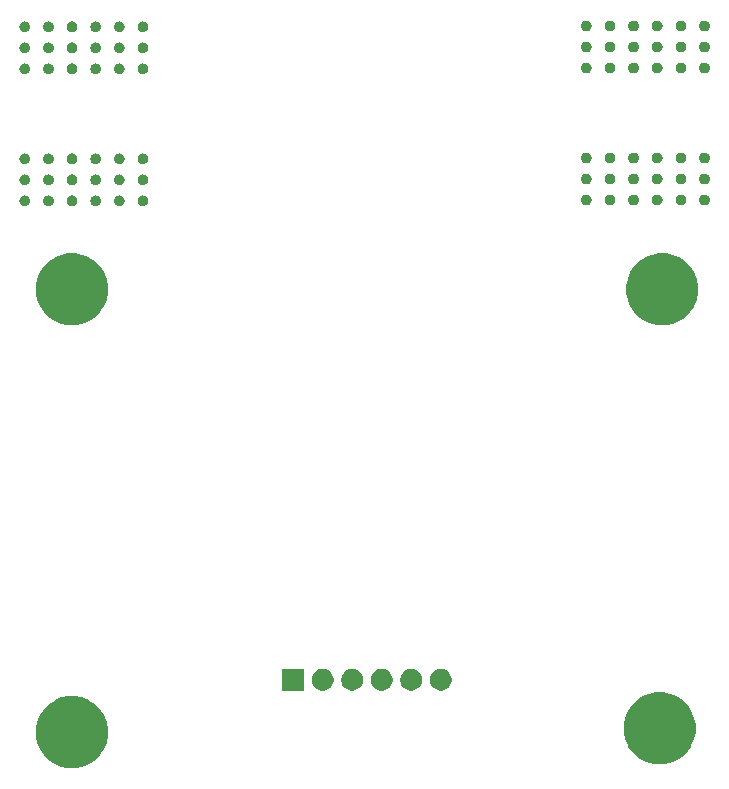
<source format=gbr>
%TF.GenerationSoftware,KiCad,Pcbnew,(5.1.4)-1*%
%TF.CreationDate,2020-11-11T00:06:55+08:00*%
%TF.ProjectId,Directional_coupler,44697265-6374-4696-9f6e-616c5f636f75,rev?*%
%TF.SameCoordinates,Original*%
%TF.FileFunction,Soldermask,Bot*%
%TF.FilePolarity,Negative*%
%FSLAX46Y46*%
G04 Gerber Fmt 4.6, Leading zero omitted, Abs format (unit mm)*
G04 Created by KiCad (PCBNEW (5.1.4)-1) date 2020-11-11 00:06:55*
%MOMM*%
%LPD*%
G04 APERTURE LIST*
%ADD10C,0.350000*%
G04 APERTURE END LIST*
D10*
G36*
X55889943Y-109566248D02*
G01*
X56445189Y-109796238D01*
X56617497Y-109911371D01*
X56944899Y-110130134D01*
X57369866Y-110555101D01*
X57474705Y-110712004D01*
X57703762Y-111054811D01*
X57933752Y-111610057D01*
X58051000Y-112199501D01*
X58051000Y-112800499D01*
X57933752Y-113389943D01*
X57703762Y-113945189D01*
X57641872Y-114037814D01*
X57369866Y-114444899D01*
X56944899Y-114869866D01*
X56881371Y-114912314D01*
X56445189Y-115203762D01*
X55889943Y-115433752D01*
X55300499Y-115551000D01*
X54699501Y-115551000D01*
X54110057Y-115433752D01*
X53554811Y-115203762D01*
X53118629Y-114912314D01*
X53055101Y-114869866D01*
X52630134Y-114444899D01*
X52358128Y-114037814D01*
X52296238Y-113945189D01*
X52066248Y-113389943D01*
X51949000Y-112800499D01*
X51949000Y-112199501D01*
X52066248Y-111610057D01*
X52296238Y-111054811D01*
X52525295Y-110712004D01*
X52630134Y-110555101D01*
X53055101Y-110130134D01*
X53382503Y-109911371D01*
X53554811Y-109796238D01*
X54110057Y-109566248D01*
X54699501Y-109449000D01*
X55300499Y-109449000D01*
X55889943Y-109566248D01*
X55889943Y-109566248D01*
G37*
G36*
X105647943Y-109253248D02*
G01*
X106203189Y-109483238D01*
X106327422Y-109566248D01*
X106702899Y-109817134D01*
X107127866Y-110242101D01*
X107127867Y-110242103D01*
X107461762Y-110741811D01*
X107691752Y-111297057D01*
X107809000Y-111886501D01*
X107809000Y-112487499D01*
X107691752Y-113076943D01*
X107461762Y-113632189D01*
X107399872Y-113724814D01*
X107127866Y-114131899D01*
X106702899Y-114556866D01*
X106657046Y-114587504D01*
X106203189Y-114890762D01*
X105647943Y-115120752D01*
X105058499Y-115238000D01*
X104457501Y-115238000D01*
X103868057Y-115120752D01*
X103312811Y-114890762D01*
X102858954Y-114587504D01*
X102813101Y-114556866D01*
X102388134Y-114131899D01*
X102116128Y-113724814D01*
X102054238Y-113632189D01*
X101824248Y-113076943D01*
X101707000Y-112487499D01*
X101707000Y-111886501D01*
X101824248Y-111297057D01*
X102054238Y-110741811D01*
X102388133Y-110242103D01*
X102388134Y-110242101D01*
X102813101Y-109817134D01*
X103188578Y-109566248D01*
X103312811Y-109483238D01*
X103868057Y-109253248D01*
X104457501Y-109136000D01*
X105058499Y-109136000D01*
X105647943Y-109253248D01*
X105647943Y-109253248D01*
G37*
G36*
X81500104Y-107178585D02*
G01*
X81668626Y-107248389D01*
X81820291Y-107349728D01*
X81949272Y-107478709D01*
X82050611Y-107630374D01*
X82120415Y-107798896D01*
X82156000Y-107977797D01*
X82156000Y-108160203D01*
X82120415Y-108339104D01*
X82050611Y-108507626D01*
X81949272Y-108659291D01*
X81820291Y-108788272D01*
X81668626Y-108889611D01*
X81500104Y-108959415D01*
X81321203Y-108995000D01*
X81138797Y-108995000D01*
X80959896Y-108959415D01*
X80791374Y-108889611D01*
X80639709Y-108788272D01*
X80510728Y-108659291D01*
X80409389Y-108507626D01*
X80339585Y-108339104D01*
X80304000Y-108160203D01*
X80304000Y-107977797D01*
X80339585Y-107798896D01*
X80409389Y-107630374D01*
X80510728Y-107478709D01*
X80639709Y-107349728D01*
X80791374Y-107248389D01*
X80959896Y-107178585D01*
X81138797Y-107143000D01*
X81321203Y-107143000D01*
X81500104Y-107178585D01*
X81500104Y-107178585D01*
G37*
G36*
X84000104Y-107178585D02*
G01*
X84168626Y-107248389D01*
X84320291Y-107349728D01*
X84449272Y-107478709D01*
X84550611Y-107630374D01*
X84620415Y-107798896D01*
X84656000Y-107977797D01*
X84656000Y-108160203D01*
X84620415Y-108339104D01*
X84550611Y-108507626D01*
X84449272Y-108659291D01*
X84320291Y-108788272D01*
X84168626Y-108889611D01*
X84000104Y-108959415D01*
X83821203Y-108995000D01*
X83638797Y-108995000D01*
X83459896Y-108959415D01*
X83291374Y-108889611D01*
X83139709Y-108788272D01*
X83010728Y-108659291D01*
X82909389Y-108507626D01*
X82839585Y-108339104D01*
X82804000Y-108160203D01*
X82804000Y-107977797D01*
X82839585Y-107798896D01*
X82909389Y-107630374D01*
X83010728Y-107478709D01*
X83139709Y-107349728D01*
X83291374Y-107248389D01*
X83459896Y-107178585D01*
X83638797Y-107143000D01*
X83821203Y-107143000D01*
X84000104Y-107178585D01*
X84000104Y-107178585D01*
G37*
G36*
X79000104Y-107178585D02*
G01*
X79168626Y-107248389D01*
X79320291Y-107349728D01*
X79449272Y-107478709D01*
X79550611Y-107630374D01*
X79620415Y-107798896D01*
X79656000Y-107977797D01*
X79656000Y-108160203D01*
X79620415Y-108339104D01*
X79550611Y-108507626D01*
X79449272Y-108659291D01*
X79320291Y-108788272D01*
X79168626Y-108889611D01*
X79000104Y-108959415D01*
X78821203Y-108995000D01*
X78638797Y-108995000D01*
X78459896Y-108959415D01*
X78291374Y-108889611D01*
X78139709Y-108788272D01*
X78010728Y-108659291D01*
X77909389Y-108507626D01*
X77839585Y-108339104D01*
X77804000Y-108160203D01*
X77804000Y-107977797D01*
X77839585Y-107798896D01*
X77909389Y-107630374D01*
X78010728Y-107478709D01*
X78139709Y-107349728D01*
X78291374Y-107248389D01*
X78459896Y-107178585D01*
X78638797Y-107143000D01*
X78821203Y-107143000D01*
X79000104Y-107178585D01*
X79000104Y-107178585D01*
G37*
G36*
X76500104Y-107178585D02*
G01*
X76668626Y-107248389D01*
X76820291Y-107349728D01*
X76949272Y-107478709D01*
X77050611Y-107630374D01*
X77120415Y-107798896D01*
X77156000Y-107977797D01*
X77156000Y-108160203D01*
X77120415Y-108339104D01*
X77050611Y-108507626D01*
X76949272Y-108659291D01*
X76820291Y-108788272D01*
X76668626Y-108889611D01*
X76500104Y-108959415D01*
X76321203Y-108995000D01*
X76138797Y-108995000D01*
X75959896Y-108959415D01*
X75791374Y-108889611D01*
X75639709Y-108788272D01*
X75510728Y-108659291D01*
X75409389Y-108507626D01*
X75339585Y-108339104D01*
X75304000Y-108160203D01*
X75304000Y-107977797D01*
X75339585Y-107798896D01*
X75409389Y-107630374D01*
X75510728Y-107478709D01*
X75639709Y-107349728D01*
X75791374Y-107248389D01*
X75959896Y-107178585D01*
X76138797Y-107143000D01*
X76321203Y-107143000D01*
X76500104Y-107178585D01*
X76500104Y-107178585D01*
G37*
G36*
X74656000Y-108995000D02*
G01*
X72804000Y-108995000D01*
X72804000Y-107143000D01*
X74656000Y-107143000D01*
X74656000Y-108995000D01*
X74656000Y-108995000D01*
G37*
G36*
X86500104Y-107178585D02*
G01*
X86668626Y-107248389D01*
X86820291Y-107349728D01*
X86949272Y-107478709D01*
X87050611Y-107630374D01*
X87120415Y-107798896D01*
X87156000Y-107977797D01*
X87156000Y-108160203D01*
X87120415Y-108339104D01*
X87050611Y-108507626D01*
X86949272Y-108659291D01*
X86820291Y-108788272D01*
X86668626Y-108889611D01*
X86500104Y-108959415D01*
X86321203Y-108995000D01*
X86138797Y-108995000D01*
X85959896Y-108959415D01*
X85791374Y-108889611D01*
X85639709Y-108788272D01*
X85510728Y-108659291D01*
X85409389Y-108507626D01*
X85339585Y-108339104D01*
X85304000Y-108160203D01*
X85304000Y-107977797D01*
X85339585Y-107798896D01*
X85409389Y-107630374D01*
X85510728Y-107478709D01*
X85639709Y-107349728D01*
X85791374Y-107248389D01*
X85959896Y-107178585D01*
X86138797Y-107143000D01*
X86321203Y-107143000D01*
X86500104Y-107178585D01*
X86500104Y-107178585D01*
G37*
G36*
X55889943Y-72066248D02*
G01*
X56445189Y-72296238D01*
X56617497Y-72411371D01*
X56944899Y-72630134D01*
X57369866Y-73055101D01*
X57369867Y-73055103D01*
X57703762Y-73554811D01*
X57933752Y-74110057D01*
X58051000Y-74699501D01*
X58051000Y-75300499D01*
X57933752Y-75889943D01*
X57703762Y-76445189D01*
X57641872Y-76537814D01*
X57369866Y-76944899D01*
X56944899Y-77369866D01*
X56870736Y-77419420D01*
X56445189Y-77703762D01*
X55889943Y-77933752D01*
X55300499Y-78051000D01*
X54699501Y-78051000D01*
X54110057Y-77933752D01*
X53554811Y-77703762D01*
X53129264Y-77419420D01*
X53055101Y-77369866D01*
X52630134Y-76944899D01*
X52358128Y-76537814D01*
X52296238Y-76445189D01*
X52066248Y-75889943D01*
X51949000Y-75300499D01*
X51949000Y-74699501D01*
X52066248Y-74110057D01*
X52296238Y-73554811D01*
X52630133Y-73055103D01*
X52630134Y-73055101D01*
X53055101Y-72630134D01*
X53382503Y-72411371D01*
X53554811Y-72296238D01*
X54110057Y-72066248D01*
X54699501Y-71949000D01*
X55300499Y-71949000D01*
X55889943Y-72066248D01*
X55889943Y-72066248D01*
G37*
G36*
X105889943Y-72066248D02*
G01*
X106445189Y-72296238D01*
X106617497Y-72411371D01*
X106944899Y-72630134D01*
X107369866Y-73055101D01*
X107369867Y-73055103D01*
X107703762Y-73554811D01*
X107933752Y-74110057D01*
X108051000Y-74699501D01*
X108051000Y-75300499D01*
X107933752Y-75889943D01*
X107703762Y-76445189D01*
X107641872Y-76537814D01*
X107369866Y-76944899D01*
X106944899Y-77369866D01*
X106870736Y-77419420D01*
X106445189Y-77703762D01*
X105889943Y-77933752D01*
X105300499Y-78051000D01*
X104699501Y-78051000D01*
X104110057Y-77933752D01*
X103554811Y-77703762D01*
X103129264Y-77419420D01*
X103055101Y-77369866D01*
X102630134Y-76944899D01*
X102358128Y-76537814D01*
X102296238Y-76445189D01*
X102066248Y-75889943D01*
X101949000Y-75300499D01*
X101949000Y-74699501D01*
X102066248Y-74110057D01*
X102296238Y-73554811D01*
X102630133Y-73055103D01*
X102630134Y-73055101D01*
X103055101Y-72630134D01*
X103382503Y-72411371D01*
X103554811Y-72296238D01*
X104110057Y-72066248D01*
X104699501Y-71949000D01*
X105300499Y-71949000D01*
X105889943Y-72066248D01*
X105889943Y-72066248D01*
G37*
G36*
X57144552Y-67077331D02*
G01*
X57226627Y-67111328D01*
X57226629Y-67111329D01*
X57263813Y-67136175D01*
X57300495Y-67160685D01*
X57363315Y-67223505D01*
X57412672Y-67297373D01*
X57446669Y-67379448D01*
X57464000Y-67466579D01*
X57464000Y-67555421D01*
X57446669Y-67642552D01*
X57412672Y-67724627D01*
X57372122Y-67785315D01*
X57363314Y-67798496D01*
X57300496Y-67861314D01*
X57226629Y-67910671D01*
X57226628Y-67910672D01*
X57226627Y-67910672D01*
X57144552Y-67944669D01*
X57057421Y-67962000D01*
X56968579Y-67962000D01*
X56881448Y-67944669D01*
X56799373Y-67910672D01*
X56799372Y-67910672D01*
X56799371Y-67910671D01*
X56725504Y-67861314D01*
X56662686Y-67798496D01*
X56653879Y-67785315D01*
X56613328Y-67724627D01*
X56579331Y-67642552D01*
X56562000Y-67555421D01*
X56562000Y-67466579D01*
X56579331Y-67379448D01*
X56613328Y-67297373D01*
X56662685Y-67223505D01*
X56725505Y-67160685D01*
X56762187Y-67136175D01*
X56799371Y-67111329D01*
X56799373Y-67111328D01*
X56881448Y-67077331D01*
X56968579Y-67060000D01*
X57057421Y-67060000D01*
X57144552Y-67077331D01*
X57144552Y-67077331D01*
G37*
G36*
X59144552Y-67077331D02*
G01*
X59226627Y-67111328D01*
X59226629Y-67111329D01*
X59263813Y-67136175D01*
X59300495Y-67160685D01*
X59363315Y-67223505D01*
X59412672Y-67297373D01*
X59446669Y-67379448D01*
X59464000Y-67466579D01*
X59464000Y-67555421D01*
X59446669Y-67642552D01*
X59412672Y-67724627D01*
X59372122Y-67785315D01*
X59363314Y-67798496D01*
X59300496Y-67861314D01*
X59226629Y-67910671D01*
X59226628Y-67910672D01*
X59226627Y-67910672D01*
X59144552Y-67944669D01*
X59057421Y-67962000D01*
X58968579Y-67962000D01*
X58881448Y-67944669D01*
X58799373Y-67910672D01*
X58799372Y-67910672D01*
X58799371Y-67910671D01*
X58725504Y-67861314D01*
X58662686Y-67798496D01*
X58653879Y-67785315D01*
X58613328Y-67724627D01*
X58579331Y-67642552D01*
X58562000Y-67555421D01*
X58562000Y-67466579D01*
X58579331Y-67379448D01*
X58613328Y-67297373D01*
X58662685Y-67223505D01*
X58725505Y-67160685D01*
X58762187Y-67136175D01*
X58799371Y-67111329D01*
X58799373Y-67111328D01*
X58881448Y-67077331D01*
X58968579Y-67060000D01*
X59057421Y-67060000D01*
X59144552Y-67077331D01*
X59144552Y-67077331D01*
G37*
G36*
X51144552Y-67077331D02*
G01*
X51226627Y-67111328D01*
X51226629Y-67111329D01*
X51263813Y-67136175D01*
X51300495Y-67160685D01*
X51363315Y-67223505D01*
X51412672Y-67297373D01*
X51446669Y-67379448D01*
X51464000Y-67466579D01*
X51464000Y-67555421D01*
X51446669Y-67642552D01*
X51412672Y-67724627D01*
X51372122Y-67785315D01*
X51363314Y-67798496D01*
X51300496Y-67861314D01*
X51226629Y-67910671D01*
X51226628Y-67910672D01*
X51226627Y-67910672D01*
X51144552Y-67944669D01*
X51057421Y-67962000D01*
X50968579Y-67962000D01*
X50881448Y-67944669D01*
X50799373Y-67910672D01*
X50799372Y-67910672D01*
X50799371Y-67910671D01*
X50725504Y-67861314D01*
X50662686Y-67798496D01*
X50653879Y-67785315D01*
X50613328Y-67724627D01*
X50579331Y-67642552D01*
X50562000Y-67555421D01*
X50562000Y-67466579D01*
X50579331Y-67379448D01*
X50613328Y-67297373D01*
X50662685Y-67223505D01*
X50725505Y-67160685D01*
X50762187Y-67136175D01*
X50799371Y-67111329D01*
X50799373Y-67111328D01*
X50881448Y-67077331D01*
X50968579Y-67060000D01*
X51057421Y-67060000D01*
X51144552Y-67077331D01*
X51144552Y-67077331D01*
G37*
G36*
X61144552Y-67077331D02*
G01*
X61226627Y-67111328D01*
X61226629Y-67111329D01*
X61263813Y-67136175D01*
X61300495Y-67160685D01*
X61363315Y-67223505D01*
X61412672Y-67297373D01*
X61446669Y-67379448D01*
X61464000Y-67466579D01*
X61464000Y-67555421D01*
X61446669Y-67642552D01*
X61412672Y-67724627D01*
X61372122Y-67785315D01*
X61363314Y-67798496D01*
X61300496Y-67861314D01*
X61226629Y-67910671D01*
X61226628Y-67910672D01*
X61226627Y-67910672D01*
X61144552Y-67944669D01*
X61057421Y-67962000D01*
X60968579Y-67962000D01*
X60881448Y-67944669D01*
X60799373Y-67910672D01*
X60799372Y-67910672D01*
X60799371Y-67910671D01*
X60725504Y-67861314D01*
X60662686Y-67798496D01*
X60653879Y-67785315D01*
X60613328Y-67724627D01*
X60579331Y-67642552D01*
X60562000Y-67555421D01*
X60562000Y-67466579D01*
X60579331Y-67379448D01*
X60613328Y-67297373D01*
X60662685Y-67223505D01*
X60725505Y-67160685D01*
X60762187Y-67136175D01*
X60799371Y-67111329D01*
X60799373Y-67111328D01*
X60881448Y-67077331D01*
X60968579Y-67060000D01*
X61057421Y-67060000D01*
X61144552Y-67077331D01*
X61144552Y-67077331D01*
G37*
G36*
X55144552Y-67077331D02*
G01*
X55226627Y-67111328D01*
X55226629Y-67111329D01*
X55263813Y-67136175D01*
X55300495Y-67160685D01*
X55363315Y-67223505D01*
X55412672Y-67297373D01*
X55446669Y-67379448D01*
X55464000Y-67466579D01*
X55464000Y-67555421D01*
X55446669Y-67642552D01*
X55412672Y-67724627D01*
X55372122Y-67785315D01*
X55363314Y-67798496D01*
X55300496Y-67861314D01*
X55226629Y-67910671D01*
X55226628Y-67910672D01*
X55226627Y-67910672D01*
X55144552Y-67944669D01*
X55057421Y-67962000D01*
X54968579Y-67962000D01*
X54881448Y-67944669D01*
X54799373Y-67910672D01*
X54799372Y-67910672D01*
X54799371Y-67910671D01*
X54725504Y-67861314D01*
X54662686Y-67798496D01*
X54653879Y-67785315D01*
X54613328Y-67724627D01*
X54579331Y-67642552D01*
X54562000Y-67555421D01*
X54562000Y-67466579D01*
X54579331Y-67379448D01*
X54613328Y-67297373D01*
X54662685Y-67223505D01*
X54725505Y-67160685D01*
X54762187Y-67136175D01*
X54799371Y-67111329D01*
X54799373Y-67111328D01*
X54881448Y-67077331D01*
X54968579Y-67060000D01*
X55057421Y-67060000D01*
X55144552Y-67077331D01*
X55144552Y-67077331D01*
G37*
G36*
X53144552Y-67077331D02*
G01*
X53226627Y-67111328D01*
X53226629Y-67111329D01*
X53263813Y-67136175D01*
X53300495Y-67160685D01*
X53363315Y-67223505D01*
X53412672Y-67297373D01*
X53446669Y-67379448D01*
X53464000Y-67466579D01*
X53464000Y-67555421D01*
X53446669Y-67642552D01*
X53412672Y-67724627D01*
X53372122Y-67785315D01*
X53363314Y-67798496D01*
X53300496Y-67861314D01*
X53226629Y-67910671D01*
X53226628Y-67910672D01*
X53226627Y-67910672D01*
X53144552Y-67944669D01*
X53057421Y-67962000D01*
X52968579Y-67962000D01*
X52881448Y-67944669D01*
X52799373Y-67910672D01*
X52799372Y-67910672D01*
X52799371Y-67910671D01*
X52725504Y-67861314D01*
X52662686Y-67798496D01*
X52653879Y-67785315D01*
X52613328Y-67724627D01*
X52579331Y-67642552D01*
X52562000Y-67555421D01*
X52562000Y-67466579D01*
X52579331Y-67379448D01*
X52613328Y-67297373D01*
X52662685Y-67223505D01*
X52725505Y-67160685D01*
X52762187Y-67136175D01*
X52799371Y-67111329D01*
X52799373Y-67111328D01*
X52881448Y-67077331D01*
X52968579Y-67060000D01*
X53057421Y-67060000D01*
X53144552Y-67077331D01*
X53144552Y-67077331D01*
G37*
G36*
X108691552Y-67001331D02*
G01*
X108773627Y-67035328D01*
X108773629Y-67035329D01*
X108810551Y-67060000D01*
X108847495Y-67084685D01*
X108910315Y-67147505D01*
X108959672Y-67221373D01*
X108993669Y-67303448D01*
X109011000Y-67390579D01*
X109011000Y-67479421D01*
X108993669Y-67566552D01*
X108959672Y-67648627D01*
X108910315Y-67722495D01*
X108847495Y-67785315D01*
X108827768Y-67798496D01*
X108773629Y-67834671D01*
X108773628Y-67834672D01*
X108773627Y-67834672D01*
X108691552Y-67868669D01*
X108604421Y-67886000D01*
X108515579Y-67886000D01*
X108428448Y-67868669D01*
X108346373Y-67834672D01*
X108346372Y-67834672D01*
X108346371Y-67834671D01*
X108292232Y-67798496D01*
X108272505Y-67785315D01*
X108209685Y-67722495D01*
X108160328Y-67648627D01*
X108126331Y-67566552D01*
X108109000Y-67479421D01*
X108109000Y-67390579D01*
X108126331Y-67303448D01*
X108160328Y-67221373D01*
X108209685Y-67147505D01*
X108272505Y-67084685D01*
X108309449Y-67060000D01*
X108346371Y-67035329D01*
X108346373Y-67035328D01*
X108428448Y-67001331D01*
X108515579Y-66984000D01*
X108604421Y-66984000D01*
X108691552Y-67001331D01*
X108691552Y-67001331D01*
G37*
G36*
X98691552Y-67001331D02*
G01*
X98773627Y-67035328D01*
X98773629Y-67035329D01*
X98810551Y-67060000D01*
X98847495Y-67084685D01*
X98910315Y-67147505D01*
X98959672Y-67221373D01*
X98993669Y-67303448D01*
X99011000Y-67390579D01*
X99011000Y-67479421D01*
X98993669Y-67566552D01*
X98959672Y-67648627D01*
X98910315Y-67722495D01*
X98847495Y-67785315D01*
X98827768Y-67798496D01*
X98773629Y-67834671D01*
X98773628Y-67834672D01*
X98773627Y-67834672D01*
X98691552Y-67868669D01*
X98604421Y-67886000D01*
X98515579Y-67886000D01*
X98428448Y-67868669D01*
X98346373Y-67834672D01*
X98346372Y-67834672D01*
X98346371Y-67834671D01*
X98292232Y-67798496D01*
X98272505Y-67785315D01*
X98209685Y-67722495D01*
X98160328Y-67648627D01*
X98126331Y-67566552D01*
X98109000Y-67479421D01*
X98109000Y-67390579D01*
X98126331Y-67303448D01*
X98160328Y-67221373D01*
X98209685Y-67147505D01*
X98272505Y-67084685D01*
X98309449Y-67060000D01*
X98346371Y-67035329D01*
X98346373Y-67035328D01*
X98428448Y-67001331D01*
X98515579Y-66984000D01*
X98604421Y-66984000D01*
X98691552Y-67001331D01*
X98691552Y-67001331D01*
G37*
G36*
X100691552Y-67001331D02*
G01*
X100773627Y-67035328D01*
X100773629Y-67035329D01*
X100810551Y-67060000D01*
X100847495Y-67084685D01*
X100910315Y-67147505D01*
X100959672Y-67221373D01*
X100993669Y-67303448D01*
X101011000Y-67390579D01*
X101011000Y-67479421D01*
X100993669Y-67566552D01*
X100959672Y-67648627D01*
X100910315Y-67722495D01*
X100847495Y-67785315D01*
X100827768Y-67798496D01*
X100773629Y-67834671D01*
X100773628Y-67834672D01*
X100773627Y-67834672D01*
X100691552Y-67868669D01*
X100604421Y-67886000D01*
X100515579Y-67886000D01*
X100428448Y-67868669D01*
X100346373Y-67834672D01*
X100346372Y-67834672D01*
X100346371Y-67834671D01*
X100292232Y-67798496D01*
X100272505Y-67785315D01*
X100209685Y-67722495D01*
X100160328Y-67648627D01*
X100126331Y-67566552D01*
X100109000Y-67479421D01*
X100109000Y-67390579D01*
X100126331Y-67303448D01*
X100160328Y-67221373D01*
X100209685Y-67147505D01*
X100272505Y-67084685D01*
X100309449Y-67060000D01*
X100346371Y-67035329D01*
X100346373Y-67035328D01*
X100428448Y-67001331D01*
X100515579Y-66984000D01*
X100604421Y-66984000D01*
X100691552Y-67001331D01*
X100691552Y-67001331D01*
G37*
G36*
X104691552Y-67001331D02*
G01*
X104773627Y-67035328D01*
X104773629Y-67035329D01*
X104810551Y-67060000D01*
X104847495Y-67084685D01*
X104910315Y-67147505D01*
X104959672Y-67221373D01*
X104993669Y-67303448D01*
X105011000Y-67390579D01*
X105011000Y-67479421D01*
X104993669Y-67566552D01*
X104959672Y-67648627D01*
X104910315Y-67722495D01*
X104847495Y-67785315D01*
X104827768Y-67798496D01*
X104773629Y-67834671D01*
X104773628Y-67834672D01*
X104773627Y-67834672D01*
X104691552Y-67868669D01*
X104604421Y-67886000D01*
X104515579Y-67886000D01*
X104428448Y-67868669D01*
X104346373Y-67834672D01*
X104346372Y-67834672D01*
X104346371Y-67834671D01*
X104292232Y-67798496D01*
X104272505Y-67785315D01*
X104209685Y-67722495D01*
X104160328Y-67648627D01*
X104126331Y-67566552D01*
X104109000Y-67479421D01*
X104109000Y-67390579D01*
X104126331Y-67303448D01*
X104160328Y-67221373D01*
X104209685Y-67147505D01*
X104272505Y-67084685D01*
X104309449Y-67060000D01*
X104346371Y-67035329D01*
X104346373Y-67035328D01*
X104428448Y-67001331D01*
X104515579Y-66984000D01*
X104604421Y-66984000D01*
X104691552Y-67001331D01*
X104691552Y-67001331D01*
G37*
G36*
X106691552Y-67001331D02*
G01*
X106773627Y-67035328D01*
X106773629Y-67035329D01*
X106810551Y-67060000D01*
X106847495Y-67084685D01*
X106910315Y-67147505D01*
X106959672Y-67221373D01*
X106993669Y-67303448D01*
X107011000Y-67390579D01*
X107011000Y-67479421D01*
X106993669Y-67566552D01*
X106959672Y-67648627D01*
X106910315Y-67722495D01*
X106847495Y-67785315D01*
X106827768Y-67798496D01*
X106773629Y-67834671D01*
X106773628Y-67834672D01*
X106773627Y-67834672D01*
X106691552Y-67868669D01*
X106604421Y-67886000D01*
X106515579Y-67886000D01*
X106428448Y-67868669D01*
X106346373Y-67834672D01*
X106346372Y-67834672D01*
X106346371Y-67834671D01*
X106292232Y-67798496D01*
X106272505Y-67785315D01*
X106209685Y-67722495D01*
X106160328Y-67648627D01*
X106126331Y-67566552D01*
X106109000Y-67479421D01*
X106109000Y-67390579D01*
X106126331Y-67303448D01*
X106160328Y-67221373D01*
X106209685Y-67147505D01*
X106272505Y-67084685D01*
X106309449Y-67060000D01*
X106346371Y-67035329D01*
X106346373Y-67035328D01*
X106428448Y-67001331D01*
X106515579Y-66984000D01*
X106604421Y-66984000D01*
X106691552Y-67001331D01*
X106691552Y-67001331D01*
G37*
G36*
X102691552Y-67001331D02*
G01*
X102773627Y-67035328D01*
X102773629Y-67035329D01*
X102810551Y-67060000D01*
X102847495Y-67084685D01*
X102910315Y-67147505D01*
X102959672Y-67221373D01*
X102993669Y-67303448D01*
X103011000Y-67390579D01*
X103011000Y-67479421D01*
X102993669Y-67566552D01*
X102959672Y-67648627D01*
X102910315Y-67722495D01*
X102847495Y-67785315D01*
X102827768Y-67798496D01*
X102773629Y-67834671D01*
X102773628Y-67834672D01*
X102773627Y-67834672D01*
X102691552Y-67868669D01*
X102604421Y-67886000D01*
X102515579Y-67886000D01*
X102428448Y-67868669D01*
X102346373Y-67834672D01*
X102346372Y-67834672D01*
X102346371Y-67834671D01*
X102292232Y-67798496D01*
X102272505Y-67785315D01*
X102209685Y-67722495D01*
X102160328Y-67648627D01*
X102126331Y-67566552D01*
X102109000Y-67479421D01*
X102109000Y-67390579D01*
X102126331Y-67303448D01*
X102160328Y-67221373D01*
X102209685Y-67147505D01*
X102272505Y-67084685D01*
X102309449Y-67060000D01*
X102346371Y-67035329D01*
X102346373Y-67035328D01*
X102428448Y-67001331D01*
X102515579Y-66984000D01*
X102604421Y-66984000D01*
X102691552Y-67001331D01*
X102691552Y-67001331D01*
G37*
G36*
X61144552Y-65299331D02*
G01*
X61226627Y-65333328D01*
X61226629Y-65333329D01*
X61263813Y-65358175D01*
X61300495Y-65382685D01*
X61363315Y-65445505D01*
X61412672Y-65519373D01*
X61446669Y-65601448D01*
X61464000Y-65688579D01*
X61464000Y-65777421D01*
X61446669Y-65864552D01*
X61412672Y-65946627D01*
X61372122Y-66007315D01*
X61363314Y-66020496D01*
X61300496Y-66083314D01*
X61226629Y-66132671D01*
X61226628Y-66132672D01*
X61226627Y-66132672D01*
X61144552Y-66166669D01*
X61057421Y-66184000D01*
X60968579Y-66184000D01*
X60881448Y-66166669D01*
X60799373Y-66132672D01*
X60799372Y-66132672D01*
X60799371Y-66132671D01*
X60725504Y-66083314D01*
X60662686Y-66020496D01*
X60653879Y-66007315D01*
X60613328Y-65946627D01*
X60579331Y-65864552D01*
X60562000Y-65777421D01*
X60562000Y-65688579D01*
X60579331Y-65601448D01*
X60613328Y-65519373D01*
X60662685Y-65445505D01*
X60725505Y-65382685D01*
X60762187Y-65358175D01*
X60799371Y-65333329D01*
X60799373Y-65333328D01*
X60881448Y-65299331D01*
X60968579Y-65282000D01*
X61057421Y-65282000D01*
X61144552Y-65299331D01*
X61144552Y-65299331D01*
G37*
G36*
X59144552Y-65299331D02*
G01*
X59226627Y-65333328D01*
X59226629Y-65333329D01*
X59263813Y-65358175D01*
X59300495Y-65382685D01*
X59363315Y-65445505D01*
X59412672Y-65519373D01*
X59446669Y-65601448D01*
X59464000Y-65688579D01*
X59464000Y-65777421D01*
X59446669Y-65864552D01*
X59412672Y-65946627D01*
X59372122Y-66007315D01*
X59363314Y-66020496D01*
X59300496Y-66083314D01*
X59226629Y-66132671D01*
X59226628Y-66132672D01*
X59226627Y-66132672D01*
X59144552Y-66166669D01*
X59057421Y-66184000D01*
X58968579Y-66184000D01*
X58881448Y-66166669D01*
X58799373Y-66132672D01*
X58799372Y-66132672D01*
X58799371Y-66132671D01*
X58725504Y-66083314D01*
X58662686Y-66020496D01*
X58653879Y-66007315D01*
X58613328Y-65946627D01*
X58579331Y-65864552D01*
X58562000Y-65777421D01*
X58562000Y-65688579D01*
X58579331Y-65601448D01*
X58613328Y-65519373D01*
X58662685Y-65445505D01*
X58725505Y-65382685D01*
X58762187Y-65358175D01*
X58799371Y-65333329D01*
X58799373Y-65333328D01*
X58881448Y-65299331D01*
X58968579Y-65282000D01*
X59057421Y-65282000D01*
X59144552Y-65299331D01*
X59144552Y-65299331D01*
G37*
G36*
X57144552Y-65299331D02*
G01*
X57226627Y-65333328D01*
X57226629Y-65333329D01*
X57263813Y-65358175D01*
X57300495Y-65382685D01*
X57363315Y-65445505D01*
X57412672Y-65519373D01*
X57446669Y-65601448D01*
X57464000Y-65688579D01*
X57464000Y-65777421D01*
X57446669Y-65864552D01*
X57412672Y-65946627D01*
X57372122Y-66007315D01*
X57363314Y-66020496D01*
X57300496Y-66083314D01*
X57226629Y-66132671D01*
X57226628Y-66132672D01*
X57226627Y-66132672D01*
X57144552Y-66166669D01*
X57057421Y-66184000D01*
X56968579Y-66184000D01*
X56881448Y-66166669D01*
X56799373Y-66132672D01*
X56799372Y-66132672D01*
X56799371Y-66132671D01*
X56725504Y-66083314D01*
X56662686Y-66020496D01*
X56653879Y-66007315D01*
X56613328Y-65946627D01*
X56579331Y-65864552D01*
X56562000Y-65777421D01*
X56562000Y-65688579D01*
X56579331Y-65601448D01*
X56613328Y-65519373D01*
X56662685Y-65445505D01*
X56725505Y-65382685D01*
X56762187Y-65358175D01*
X56799371Y-65333329D01*
X56799373Y-65333328D01*
X56881448Y-65299331D01*
X56968579Y-65282000D01*
X57057421Y-65282000D01*
X57144552Y-65299331D01*
X57144552Y-65299331D01*
G37*
G36*
X51144552Y-65299331D02*
G01*
X51226627Y-65333328D01*
X51226629Y-65333329D01*
X51263813Y-65358175D01*
X51300495Y-65382685D01*
X51363315Y-65445505D01*
X51412672Y-65519373D01*
X51446669Y-65601448D01*
X51464000Y-65688579D01*
X51464000Y-65777421D01*
X51446669Y-65864552D01*
X51412672Y-65946627D01*
X51372122Y-66007315D01*
X51363314Y-66020496D01*
X51300496Y-66083314D01*
X51226629Y-66132671D01*
X51226628Y-66132672D01*
X51226627Y-66132672D01*
X51144552Y-66166669D01*
X51057421Y-66184000D01*
X50968579Y-66184000D01*
X50881448Y-66166669D01*
X50799373Y-66132672D01*
X50799372Y-66132672D01*
X50799371Y-66132671D01*
X50725504Y-66083314D01*
X50662686Y-66020496D01*
X50653879Y-66007315D01*
X50613328Y-65946627D01*
X50579331Y-65864552D01*
X50562000Y-65777421D01*
X50562000Y-65688579D01*
X50579331Y-65601448D01*
X50613328Y-65519373D01*
X50662685Y-65445505D01*
X50725505Y-65382685D01*
X50762187Y-65358175D01*
X50799371Y-65333329D01*
X50799373Y-65333328D01*
X50881448Y-65299331D01*
X50968579Y-65282000D01*
X51057421Y-65282000D01*
X51144552Y-65299331D01*
X51144552Y-65299331D01*
G37*
G36*
X53144552Y-65299331D02*
G01*
X53226627Y-65333328D01*
X53226629Y-65333329D01*
X53263813Y-65358175D01*
X53300495Y-65382685D01*
X53363315Y-65445505D01*
X53412672Y-65519373D01*
X53446669Y-65601448D01*
X53464000Y-65688579D01*
X53464000Y-65777421D01*
X53446669Y-65864552D01*
X53412672Y-65946627D01*
X53372122Y-66007315D01*
X53363314Y-66020496D01*
X53300496Y-66083314D01*
X53226629Y-66132671D01*
X53226628Y-66132672D01*
X53226627Y-66132672D01*
X53144552Y-66166669D01*
X53057421Y-66184000D01*
X52968579Y-66184000D01*
X52881448Y-66166669D01*
X52799373Y-66132672D01*
X52799372Y-66132672D01*
X52799371Y-66132671D01*
X52725504Y-66083314D01*
X52662686Y-66020496D01*
X52653879Y-66007315D01*
X52613328Y-65946627D01*
X52579331Y-65864552D01*
X52562000Y-65777421D01*
X52562000Y-65688579D01*
X52579331Y-65601448D01*
X52613328Y-65519373D01*
X52662685Y-65445505D01*
X52725505Y-65382685D01*
X52762187Y-65358175D01*
X52799371Y-65333329D01*
X52799373Y-65333328D01*
X52881448Y-65299331D01*
X52968579Y-65282000D01*
X53057421Y-65282000D01*
X53144552Y-65299331D01*
X53144552Y-65299331D01*
G37*
G36*
X55144552Y-65299331D02*
G01*
X55226627Y-65333328D01*
X55226629Y-65333329D01*
X55263813Y-65358175D01*
X55300495Y-65382685D01*
X55363315Y-65445505D01*
X55412672Y-65519373D01*
X55446669Y-65601448D01*
X55464000Y-65688579D01*
X55464000Y-65777421D01*
X55446669Y-65864552D01*
X55412672Y-65946627D01*
X55372122Y-66007315D01*
X55363314Y-66020496D01*
X55300496Y-66083314D01*
X55226629Y-66132671D01*
X55226628Y-66132672D01*
X55226627Y-66132672D01*
X55144552Y-66166669D01*
X55057421Y-66184000D01*
X54968579Y-66184000D01*
X54881448Y-66166669D01*
X54799373Y-66132672D01*
X54799372Y-66132672D01*
X54799371Y-66132671D01*
X54725504Y-66083314D01*
X54662686Y-66020496D01*
X54653879Y-66007315D01*
X54613328Y-65946627D01*
X54579331Y-65864552D01*
X54562000Y-65777421D01*
X54562000Y-65688579D01*
X54579331Y-65601448D01*
X54613328Y-65519373D01*
X54662685Y-65445505D01*
X54725505Y-65382685D01*
X54762187Y-65358175D01*
X54799371Y-65333329D01*
X54799373Y-65333328D01*
X54881448Y-65299331D01*
X54968579Y-65282000D01*
X55057421Y-65282000D01*
X55144552Y-65299331D01*
X55144552Y-65299331D01*
G37*
G36*
X100691552Y-65223331D02*
G01*
X100773627Y-65257328D01*
X100773629Y-65257329D01*
X100810551Y-65282000D01*
X100847495Y-65306685D01*
X100910315Y-65369505D01*
X100959672Y-65443373D01*
X100993669Y-65525448D01*
X101011000Y-65612579D01*
X101011000Y-65701421D01*
X100993669Y-65788552D01*
X100959672Y-65870627D01*
X100910315Y-65944495D01*
X100847495Y-66007315D01*
X100827768Y-66020496D01*
X100773629Y-66056671D01*
X100773628Y-66056672D01*
X100773627Y-66056672D01*
X100691552Y-66090669D01*
X100604421Y-66108000D01*
X100515579Y-66108000D01*
X100428448Y-66090669D01*
X100346373Y-66056672D01*
X100346372Y-66056672D01*
X100346371Y-66056671D01*
X100292232Y-66020496D01*
X100272505Y-66007315D01*
X100209685Y-65944495D01*
X100160328Y-65870627D01*
X100126331Y-65788552D01*
X100109000Y-65701421D01*
X100109000Y-65612579D01*
X100126331Y-65525448D01*
X100160328Y-65443373D01*
X100209685Y-65369505D01*
X100272505Y-65306685D01*
X100309449Y-65282000D01*
X100346371Y-65257329D01*
X100346373Y-65257328D01*
X100428448Y-65223331D01*
X100515579Y-65206000D01*
X100604421Y-65206000D01*
X100691552Y-65223331D01*
X100691552Y-65223331D01*
G37*
G36*
X106691552Y-65223331D02*
G01*
X106773627Y-65257328D01*
X106773629Y-65257329D01*
X106810551Y-65282000D01*
X106847495Y-65306685D01*
X106910315Y-65369505D01*
X106959672Y-65443373D01*
X106993669Y-65525448D01*
X107011000Y-65612579D01*
X107011000Y-65701421D01*
X106993669Y-65788552D01*
X106959672Y-65870627D01*
X106910315Y-65944495D01*
X106847495Y-66007315D01*
X106827768Y-66020496D01*
X106773629Y-66056671D01*
X106773628Y-66056672D01*
X106773627Y-66056672D01*
X106691552Y-66090669D01*
X106604421Y-66108000D01*
X106515579Y-66108000D01*
X106428448Y-66090669D01*
X106346373Y-66056672D01*
X106346372Y-66056672D01*
X106346371Y-66056671D01*
X106292232Y-66020496D01*
X106272505Y-66007315D01*
X106209685Y-65944495D01*
X106160328Y-65870627D01*
X106126331Y-65788552D01*
X106109000Y-65701421D01*
X106109000Y-65612579D01*
X106126331Y-65525448D01*
X106160328Y-65443373D01*
X106209685Y-65369505D01*
X106272505Y-65306685D01*
X106309449Y-65282000D01*
X106346371Y-65257329D01*
X106346373Y-65257328D01*
X106428448Y-65223331D01*
X106515579Y-65206000D01*
X106604421Y-65206000D01*
X106691552Y-65223331D01*
X106691552Y-65223331D01*
G37*
G36*
X104691552Y-65223331D02*
G01*
X104773627Y-65257328D01*
X104773629Y-65257329D01*
X104810551Y-65282000D01*
X104847495Y-65306685D01*
X104910315Y-65369505D01*
X104959672Y-65443373D01*
X104993669Y-65525448D01*
X105011000Y-65612579D01*
X105011000Y-65701421D01*
X104993669Y-65788552D01*
X104959672Y-65870627D01*
X104910315Y-65944495D01*
X104847495Y-66007315D01*
X104827768Y-66020496D01*
X104773629Y-66056671D01*
X104773628Y-66056672D01*
X104773627Y-66056672D01*
X104691552Y-66090669D01*
X104604421Y-66108000D01*
X104515579Y-66108000D01*
X104428448Y-66090669D01*
X104346373Y-66056672D01*
X104346372Y-66056672D01*
X104346371Y-66056671D01*
X104292232Y-66020496D01*
X104272505Y-66007315D01*
X104209685Y-65944495D01*
X104160328Y-65870627D01*
X104126331Y-65788552D01*
X104109000Y-65701421D01*
X104109000Y-65612579D01*
X104126331Y-65525448D01*
X104160328Y-65443373D01*
X104209685Y-65369505D01*
X104272505Y-65306685D01*
X104309449Y-65282000D01*
X104346371Y-65257329D01*
X104346373Y-65257328D01*
X104428448Y-65223331D01*
X104515579Y-65206000D01*
X104604421Y-65206000D01*
X104691552Y-65223331D01*
X104691552Y-65223331D01*
G37*
G36*
X108691552Y-65223331D02*
G01*
X108773627Y-65257328D01*
X108773629Y-65257329D01*
X108810551Y-65282000D01*
X108847495Y-65306685D01*
X108910315Y-65369505D01*
X108959672Y-65443373D01*
X108993669Y-65525448D01*
X109011000Y-65612579D01*
X109011000Y-65701421D01*
X108993669Y-65788552D01*
X108959672Y-65870627D01*
X108910315Y-65944495D01*
X108847495Y-66007315D01*
X108827768Y-66020496D01*
X108773629Y-66056671D01*
X108773628Y-66056672D01*
X108773627Y-66056672D01*
X108691552Y-66090669D01*
X108604421Y-66108000D01*
X108515579Y-66108000D01*
X108428448Y-66090669D01*
X108346373Y-66056672D01*
X108346372Y-66056672D01*
X108346371Y-66056671D01*
X108292232Y-66020496D01*
X108272505Y-66007315D01*
X108209685Y-65944495D01*
X108160328Y-65870627D01*
X108126331Y-65788552D01*
X108109000Y-65701421D01*
X108109000Y-65612579D01*
X108126331Y-65525448D01*
X108160328Y-65443373D01*
X108209685Y-65369505D01*
X108272505Y-65306685D01*
X108309449Y-65282000D01*
X108346371Y-65257329D01*
X108346373Y-65257328D01*
X108428448Y-65223331D01*
X108515579Y-65206000D01*
X108604421Y-65206000D01*
X108691552Y-65223331D01*
X108691552Y-65223331D01*
G37*
G36*
X102691552Y-65223331D02*
G01*
X102773627Y-65257328D01*
X102773629Y-65257329D01*
X102810551Y-65282000D01*
X102847495Y-65306685D01*
X102910315Y-65369505D01*
X102959672Y-65443373D01*
X102993669Y-65525448D01*
X103011000Y-65612579D01*
X103011000Y-65701421D01*
X102993669Y-65788552D01*
X102959672Y-65870627D01*
X102910315Y-65944495D01*
X102847495Y-66007315D01*
X102827768Y-66020496D01*
X102773629Y-66056671D01*
X102773628Y-66056672D01*
X102773627Y-66056672D01*
X102691552Y-66090669D01*
X102604421Y-66108000D01*
X102515579Y-66108000D01*
X102428448Y-66090669D01*
X102346373Y-66056672D01*
X102346372Y-66056672D01*
X102346371Y-66056671D01*
X102292232Y-66020496D01*
X102272505Y-66007315D01*
X102209685Y-65944495D01*
X102160328Y-65870627D01*
X102126331Y-65788552D01*
X102109000Y-65701421D01*
X102109000Y-65612579D01*
X102126331Y-65525448D01*
X102160328Y-65443373D01*
X102209685Y-65369505D01*
X102272505Y-65306685D01*
X102309449Y-65282000D01*
X102346371Y-65257329D01*
X102346373Y-65257328D01*
X102428448Y-65223331D01*
X102515579Y-65206000D01*
X102604421Y-65206000D01*
X102691552Y-65223331D01*
X102691552Y-65223331D01*
G37*
G36*
X98691552Y-65223331D02*
G01*
X98773627Y-65257328D01*
X98773629Y-65257329D01*
X98810551Y-65282000D01*
X98847495Y-65306685D01*
X98910315Y-65369505D01*
X98959672Y-65443373D01*
X98993669Y-65525448D01*
X99011000Y-65612579D01*
X99011000Y-65701421D01*
X98993669Y-65788552D01*
X98959672Y-65870627D01*
X98910315Y-65944495D01*
X98847495Y-66007315D01*
X98827768Y-66020496D01*
X98773629Y-66056671D01*
X98773628Y-66056672D01*
X98773627Y-66056672D01*
X98691552Y-66090669D01*
X98604421Y-66108000D01*
X98515579Y-66108000D01*
X98428448Y-66090669D01*
X98346373Y-66056672D01*
X98346372Y-66056672D01*
X98346371Y-66056671D01*
X98292232Y-66020496D01*
X98272505Y-66007315D01*
X98209685Y-65944495D01*
X98160328Y-65870627D01*
X98126331Y-65788552D01*
X98109000Y-65701421D01*
X98109000Y-65612579D01*
X98126331Y-65525448D01*
X98160328Y-65443373D01*
X98209685Y-65369505D01*
X98272505Y-65306685D01*
X98309449Y-65282000D01*
X98346371Y-65257329D01*
X98346373Y-65257328D01*
X98428448Y-65223331D01*
X98515579Y-65206000D01*
X98604421Y-65206000D01*
X98691552Y-65223331D01*
X98691552Y-65223331D01*
G37*
G36*
X55144552Y-63521331D02*
G01*
X55226627Y-63555328D01*
X55226629Y-63555329D01*
X55263813Y-63580175D01*
X55300495Y-63604685D01*
X55363315Y-63667505D01*
X55412672Y-63741373D01*
X55446669Y-63823448D01*
X55464000Y-63910579D01*
X55464000Y-63999421D01*
X55446669Y-64086552D01*
X55412672Y-64168627D01*
X55372122Y-64229315D01*
X55363314Y-64242496D01*
X55300496Y-64305314D01*
X55226629Y-64354671D01*
X55226628Y-64354672D01*
X55226627Y-64354672D01*
X55144552Y-64388669D01*
X55057421Y-64406000D01*
X54968579Y-64406000D01*
X54881448Y-64388669D01*
X54799373Y-64354672D01*
X54799372Y-64354672D01*
X54799371Y-64354671D01*
X54725504Y-64305314D01*
X54662686Y-64242496D01*
X54653879Y-64229315D01*
X54613328Y-64168627D01*
X54579331Y-64086552D01*
X54562000Y-63999421D01*
X54562000Y-63910579D01*
X54579331Y-63823448D01*
X54613328Y-63741373D01*
X54662685Y-63667505D01*
X54725505Y-63604685D01*
X54762187Y-63580175D01*
X54799371Y-63555329D01*
X54799373Y-63555328D01*
X54881448Y-63521331D01*
X54968579Y-63504000D01*
X55057421Y-63504000D01*
X55144552Y-63521331D01*
X55144552Y-63521331D01*
G37*
G36*
X57144552Y-63521331D02*
G01*
X57226627Y-63555328D01*
X57226629Y-63555329D01*
X57263813Y-63580175D01*
X57300495Y-63604685D01*
X57363315Y-63667505D01*
X57412672Y-63741373D01*
X57446669Y-63823448D01*
X57464000Y-63910579D01*
X57464000Y-63999421D01*
X57446669Y-64086552D01*
X57412672Y-64168627D01*
X57372122Y-64229315D01*
X57363314Y-64242496D01*
X57300496Y-64305314D01*
X57226629Y-64354671D01*
X57226628Y-64354672D01*
X57226627Y-64354672D01*
X57144552Y-64388669D01*
X57057421Y-64406000D01*
X56968579Y-64406000D01*
X56881448Y-64388669D01*
X56799373Y-64354672D01*
X56799372Y-64354672D01*
X56799371Y-64354671D01*
X56725504Y-64305314D01*
X56662686Y-64242496D01*
X56653879Y-64229315D01*
X56613328Y-64168627D01*
X56579331Y-64086552D01*
X56562000Y-63999421D01*
X56562000Y-63910579D01*
X56579331Y-63823448D01*
X56613328Y-63741373D01*
X56662685Y-63667505D01*
X56725505Y-63604685D01*
X56762187Y-63580175D01*
X56799371Y-63555329D01*
X56799373Y-63555328D01*
X56881448Y-63521331D01*
X56968579Y-63504000D01*
X57057421Y-63504000D01*
X57144552Y-63521331D01*
X57144552Y-63521331D01*
G37*
G36*
X59144552Y-63521331D02*
G01*
X59226627Y-63555328D01*
X59226629Y-63555329D01*
X59263813Y-63580175D01*
X59300495Y-63604685D01*
X59363315Y-63667505D01*
X59412672Y-63741373D01*
X59446669Y-63823448D01*
X59464000Y-63910579D01*
X59464000Y-63999421D01*
X59446669Y-64086552D01*
X59412672Y-64168627D01*
X59372122Y-64229315D01*
X59363314Y-64242496D01*
X59300496Y-64305314D01*
X59226629Y-64354671D01*
X59226628Y-64354672D01*
X59226627Y-64354672D01*
X59144552Y-64388669D01*
X59057421Y-64406000D01*
X58968579Y-64406000D01*
X58881448Y-64388669D01*
X58799373Y-64354672D01*
X58799372Y-64354672D01*
X58799371Y-64354671D01*
X58725504Y-64305314D01*
X58662686Y-64242496D01*
X58653879Y-64229315D01*
X58613328Y-64168627D01*
X58579331Y-64086552D01*
X58562000Y-63999421D01*
X58562000Y-63910579D01*
X58579331Y-63823448D01*
X58613328Y-63741373D01*
X58662685Y-63667505D01*
X58725505Y-63604685D01*
X58762187Y-63580175D01*
X58799371Y-63555329D01*
X58799373Y-63555328D01*
X58881448Y-63521331D01*
X58968579Y-63504000D01*
X59057421Y-63504000D01*
X59144552Y-63521331D01*
X59144552Y-63521331D01*
G37*
G36*
X53144552Y-63521331D02*
G01*
X53226627Y-63555328D01*
X53226629Y-63555329D01*
X53263813Y-63580175D01*
X53300495Y-63604685D01*
X53363315Y-63667505D01*
X53412672Y-63741373D01*
X53446669Y-63823448D01*
X53464000Y-63910579D01*
X53464000Y-63999421D01*
X53446669Y-64086552D01*
X53412672Y-64168627D01*
X53372122Y-64229315D01*
X53363314Y-64242496D01*
X53300496Y-64305314D01*
X53226629Y-64354671D01*
X53226628Y-64354672D01*
X53226627Y-64354672D01*
X53144552Y-64388669D01*
X53057421Y-64406000D01*
X52968579Y-64406000D01*
X52881448Y-64388669D01*
X52799373Y-64354672D01*
X52799372Y-64354672D01*
X52799371Y-64354671D01*
X52725504Y-64305314D01*
X52662686Y-64242496D01*
X52653879Y-64229315D01*
X52613328Y-64168627D01*
X52579331Y-64086552D01*
X52562000Y-63999421D01*
X52562000Y-63910579D01*
X52579331Y-63823448D01*
X52613328Y-63741373D01*
X52662685Y-63667505D01*
X52725505Y-63604685D01*
X52762187Y-63580175D01*
X52799371Y-63555329D01*
X52799373Y-63555328D01*
X52881448Y-63521331D01*
X52968579Y-63504000D01*
X53057421Y-63504000D01*
X53144552Y-63521331D01*
X53144552Y-63521331D01*
G37*
G36*
X51144552Y-63521331D02*
G01*
X51226627Y-63555328D01*
X51226629Y-63555329D01*
X51263813Y-63580175D01*
X51300495Y-63604685D01*
X51363315Y-63667505D01*
X51412672Y-63741373D01*
X51446669Y-63823448D01*
X51464000Y-63910579D01*
X51464000Y-63999421D01*
X51446669Y-64086552D01*
X51412672Y-64168627D01*
X51372122Y-64229315D01*
X51363314Y-64242496D01*
X51300496Y-64305314D01*
X51226629Y-64354671D01*
X51226628Y-64354672D01*
X51226627Y-64354672D01*
X51144552Y-64388669D01*
X51057421Y-64406000D01*
X50968579Y-64406000D01*
X50881448Y-64388669D01*
X50799373Y-64354672D01*
X50799372Y-64354672D01*
X50799371Y-64354671D01*
X50725504Y-64305314D01*
X50662686Y-64242496D01*
X50653879Y-64229315D01*
X50613328Y-64168627D01*
X50579331Y-64086552D01*
X50562000Y-63999421D01*
X50562000Y-63910579D01*
X50579331Y-63823448D01*
X50613328Y-63741373D01*
X50662685Y-63667505D01*
X50725505Y-63604685D01*
X50762187Y-63580175D01*
X50799371Y-63555329D01*
X50799373Y-63555328D01*
X50881448Y-63521331D01*
X50968579Y-63504000D01*
X51057421Y-63504000D01*
X51144552Y-63521331D01*
X51144552Y-63521331D01*
G37*
G36*
X61144552Y-63521331D02*
G01*
X61226627Y-63555328D01*
X61226629Y-63555329D01*
X61263813Y-63580175D01*
X61300495Y-63604685D01*
X61363315Y-63667505D01*
X61412672Y-63741373D01*
X61446669Y-63823448D01*
X61464000Y-63910579D01*
X61464000Y-63999421D01*
X61446669Y-64086552D01*
X61412672Y-64168627D01*
X61372122Y-64229315D01*
X61363314Y-64242496D01*
X61300496Y-64305314D01*
X61226629Y-64354671D01*
X61226628Y-64354672D01*
X61226627Y-64354672D01*
X61144552Y-64388669D01*
X61057421Y-64406000D01*
X60968579Y-64406000D01*
X60881448Y-64388669D01*
X60799373Y-64354672D01*
X60799372Y-64354672D01*
X60799371Y-64354671D01*
X60725504Y-64305314D01*
X60662686Y-64242496D01*
X60653879Y-64229315D01*
X60613328Y-64168627D01*
X60579331Y-64086552D01*
X60562000Y-63999421D01*
X60562000Y-63910579D01*
X60579331Y-63823448D01*
X60613328Y-63741373D01*
X60662685Y-63667505D01*
X60725505Y-63604685D01*
X60762187Y-63580175D01*
X60799371Y-63555329D01*
X60799373Y-63555328D01*
X60881448Y-63521331D01*
X60968579Y-63504000D01*
X61057421Y-63504000D01*
X61144552Y-63521331D01*
X61144552Y-63521331D01*
G37*
G36*
X106691552Y-63445331D02*
G01*
X106773627Y-63479328D01*
X106773629Y-63479329D01*
X106810551Y-63504000D01*
X106847495Y-63528685D01*
X106910315Y-63591505D01*
X106959672Y-63665373D01*
X106993669Y-63747448D01*
X107011000Y-63834579D01*
X107011000Y-63923421D01*
X106993669Y-64010552D01*
X106959672Y-64092627D01*
X106910315Y-64166495D01*
X106847495Y-64229315D01*
X106827768Y-64242496D01*
X106773629Y-64278671D01*
X106773628Y-64278672D01*
X106773627Y-64278672D01*
X106691552Y-64312669D01*
X106604421Y-64330000D01*
X106515579Y-64330000D01*
X106428448Y-64312669D01*
X106346373Y-64278672D01*
X106346372Y-64278672D01*
X106346371Y-64278671D01*
X106292232Y-64242496D01*
X106272505Y-64229315D01*
X106209685Y-64166495D01*
X106160328Y-64092627D01*
X106126331Y-64010552D01*
X106109000Y-63923421D01*
X106109000Y-63834579D01*
X106126331Y-63747448D01*
X106160328Y-63665373D01*
X106209685Y-63591505D01*
X106272505Y-63528685D01*
X106309449Y-63504000D01*
X106346371Y-63479329D01*
X106346373Y-63479328D01*
X106428448Y-63445331D01*
X106515579Y-63428000D01*
X106604421Y-63428000D01*
X106691552Y-63445331D01*
X106691552Y-63445331D01*
G37*
G36*
X102691552Y-63445331D02*
G01*
X102773627Y-63479328D01*
X102773629Y-63479329D01*
X102810551Y-63504000D01*
X102847495Y-63528685D01*
X102910315Y-63591505D01*
X102959672Y-63665373D01*
X102993669Y-63747448D01*
X103011000Y-63834579D01*
X103011000Y-63923421D01*
X102993669Y-64010552D01*
X102959672Y-64092627D01*
X102910315Y-64166495D01*
X102847495Y-64229315D01*
X102827768Y-64242496D01*
X102773629Y-64278671D01*
X102773628Y-64278672D01*
X102773627Y-64278672D01*
X102691552Y-64312669D01*
X102604421Y-64330000D01*
X102515579Y-64330000D01*
X102428448Y-64312669D01*
X102346373Y-64278672D01*
X102346372Y-64278672D01*
X102346371Y-64278671D01*
X102292232Y-64242496D01*
X102272505Y-64229315D01*
X102209685Y-64166495D01*
X102160328Y-64092627D01*
X102126331Y-64010552D01*
X102109000Y-63923421D01*
X102109000Y-63834579D01*
X102126331Y-63747448D01*
X102160328Y-63665373D01*
X102209685Y-63591505D01*
X102272505Y-63528685D01*
X102309449Y-63504000D01*
X102346371Y-63479329D01*
X102346373Y-63479328D01*
X102428448Y-63445331D01*
X102515579Y-63428000D01*
X102604421Y-63428000D01*
X102691552Y-63445331D01*
X102691552Y-63445331D01*
G37*
G36*
X104691552Y-63445331D02*
G01*
X104773627Y-63479328D01*
X104773629Y-63479329D01*
X104810551Y-63504000D01*
X104847495Y-63528685D01*
X104910315Y-63591505D01*
X104959672Y-63665373D01*
X104993669Y-63747448D01*
X105011000Y-63834579D01*
X105011000Y-63923421D01*
X104993669Y-64010552D01*
X104959672Y-64092627D01*
X104910315Y-64166495D01*
X104847495Y-64229315D01*
X104827768Y-64242496D01*
X104773629Y-64278671D01*
X104773628Y-64278672D01*
X104773627Y-64278672D01*
X104691552Y-64312669D01*
X104604421Y-64330000D01*
X104515579Y-64330000D01*
X104428448Y-64312669D01*
X104346373Y-64278672D01*
X104346372Y-64278672D01*
X104346371Y-64278671D01*
X104292232Y-64242496D01*
X104272505Y-64229315D01*
X104209685Y-64166495D01*
X104160328Y-64092627D01*
X104126331Y-64010552D01*
X104109000Y-63923421D01*
X104109000Y-63834579D01*
X104126331Y-63747448D01*
X104160328Y-63665373D01*
X104209685Y-63591505D01*
X104272505Y-63528685D01*
X104309449Y-63504000D01*
X104346371Y-63479329D01*
X104346373Y-63479328D01*
X104428448Y-63445331D01*
X104515579Y-63428000D01*
X104604421Y-63428000D01*
X104691552Y-63445331D01*
X104691552Y-63445331D01*
G37*
G36*
X98691552Y-63445331D02*
G01*
X98773627Y-63479328D01*
X98773629Y-63479329D01*
X98810551Y-63504000D01*
X98847495Y-63528685D01*
X98910315Y-63591505D01*
X98959672Y-63665373D01*
X98993669Y-63747448D01*
X99011000Y-63834579D01*
X99011000Y-63923421D01*
X98993669Y-64010552D01*
X98959672Y-64092627D01*
X98910315Y-64166495D01*
X98847495Y-64229315D01*
X98827768Y-64242496D01*
X98773629Y-64278671D01*
X98773628Y-64278672D01*
X98773627Y-64278672D01*
X98691552Y-64312669D01*
X98604421Y-64330000D01*
X98515579Y-64330000D01*
X98428448Y-64312669D01*
X98346373Y-64278672D01*
X98346372Y-64278672D01*
X98346371Y-64278671D01*
X98292232Y-64242496D01*
X98272505Y-64229315D01*
X98209685Y-64166495D01*
X98160328Y-64092627D01*
X98126331Y-64010552D01*
X98109000Y-63923421D01*
X98109000Y-63834579D01*
X98126331Y-63747448D01*
X98160328Y-63665373D01*
X98209685Y-63591505D01*
X98272505Y-63528685D01*
X98309449Y-63504000D01*
X98346371Y-63479329D01*
X98346373Y-63479328D01*
X98428448Y-63445331D01*
X98515579Y-63428000D01*
X98604421Y-63428000D01*
X98691552Y-63445331D01*
X98691552Y-63445331D01*
G37*
G36*
X108691552Y-63445331D02*
G01*
X108773627Y-63479328D01*
X108773629Y-63479329D01*
X108810551Y-63504000D01*
X108847495Y-63528685D01*
X108910315Y-63591505D01*
X108959672Y-63665373D01*
X108993669Y-63747448D01*
X109011000Y-63834579D01*
X109011000Y-63923421D01*
X108993669Y-64010552D01*
X108959672Y-64092627D01*
X108910315Y-64166495D01*
X108847495Y-64229315D01*
X108827768Y-64242496D01*
X108773629Y-64278671D01*
X108773628Y-64278672D01*
X108773627Y-64278672D01*
X108691552Y-64312669D01*
X108604421Y-64330000D01*
X108515579Y-64330000D01*
X108428448Y-64312669D01*
X108346373Y-64278672D01*
X108346372Y-64278672D01*
X108346371Y-64278671D01*
X108292232Y-64242496D01*
X108272505Y-64229315D01*
X108209685Y-64166495D01*
X108160328Y-64092627D01*
X108126331Y-64010552D01*
X108109000Y-63923421D01*
X108109000Y-63834579D01*
X108126331Y-63747448D01*
X108160328Y-63665373D01*
X108209685Y-63591505D01*
X108272505Y-63528685D01*
X108309449Y-63504000D01*
X108346371Y-63479329D01*
X108346373Y-63479328D01*
X108428448Y-63445331D01*
X108515579Y-63428000D01*
X108604421Y-63428000D01*
X108691552Y-63445331D01*
X108691552Y-63445331D01*
G37*
G36*
X100691552Y-63445331D02*
G01*
X100773627Y-63479328D01*
X100773629Y-63479329D01*
X100810551Y-63504000D01*
X100847495Y-63528685D01*
X100910315Y-63591505D01*
X100959672Y-63665373D01*
X100993669Y-63747448D01*
X101011000Y-63834579D01*
X101011000Y-63923421D01*
X100993669Y-64010552D01*
X100959672Y-64092627D01*
X100910315Y-64166495D01*
X100847495Y-64229315D01*
X100827768Y-64242496D01*
X100773629Y-64278671D01*
X100773628Y-64278672D01*
X100773627Y-64278672D01*
X100691552Y-64312669D01*
X100604421Y-64330000D01*
X100515579Y-64330000D01*
X100428448Y-64312669D01*
X100346373Y-64278672D01*
X100346372Y-64278672D01*
X100346371Y-64278671D01*
X100292232Y-64242496D01*
X100272505Y-64229315D01*
X100209685Y-64166495D01*
X100160328Y-64092627D01*
X100126331Y-64010552D01*
X100109000Y-63923421D01*
X100109000Y-63834579D01*
X100126331Y-63747448D01*
X100160328Y-63665373D01*
X100209685Y-63591505D01*
X100272505Y-63528685D01*
X100309449Y-63504000D01*
X100346371Y-63479329D01*
X100346373Y-63479328D01*
X100428448Y-63445331D01*
X100515579Y-63428000D01*
X100604421Y-63428000D01*
X100691552Y-63445331D01*
X100691552Y-63445331D01*
G37*
G36*
X51144552Y-55901331D02*
G01*
X51226627Y-55935328D01*
X51226629Y-55935329D01*
X51263813Y-55960175D01*
X51300495Y-55984685D01*
X51363315Y-56047505D01*
X51412672Y-56121373D01*
X51446669Y-56203448D01*
X51464000Y-56290579D01*
X51464000Y-56379421D01*
X51446669Y-56466552D01*
X51412672Y-56548627D01*
X51372122Y-56609315D01*
X51363314Y-56622496D01*
X51300496Y-56685314D01*
X51226629Y-56734671D01*
X51226628Y-56734672D01*
X51226627Y-56734672D01*
X51144552Y-56768669D01*
X51057421Y-56786000D01*
X50968579Y-56786000D01*
X50881448Y-56768669D01*
X50799373Y-56734672D01*
X50799372Y-56734672D01*
X50799371Y-56734671D01*
X50725504Y-56685314D01*
X50662686Y-56622496D01*
X50653879Y-56609315D01*
X50613328Y-56548627D01*
X50579331Y-56466552D01*
X50562000Y-56379421D01*
X50562000Y-56290579D01*
X50579331Y-56203448D01*
X50613328Y-56121373D01*
X50662685Y-56047505D01*
X50725505Y-55984685D01*
X50762187Y-55960175D01*
X50799371Y-55935329D01*
X50799373Y-55935328D01*
X50881448Y-55901331D01*
X50968579Y-55884000D01*
X51057421Y-55884000D01*
X51144552Y-55901331D01*
X51144552Y-55901331D01*
G37*
G36*
X55144552Y-55901331D02*
G01*
X55226627Y-55935328D01*
X55226629Y-55935329D01*
X55263813Y-55960175D01*
X55300495Y-55984685D01*
X55363315Y-56047505D01*
X55412672Y-56121373D01*
X55446669Y-56203448D01*
X55464000Y-56290579D01*
X55464000Y-56379421D01*
X55446669Y-56466552D01*
X55412672Y-56548627D01*
X55372122Y-56609315D01*
X55363314Y-56622496D01*
X55300496Y-56685314D01*
X55226629Y-56734671D01*
X55226628Y-56734672D01*
X55226627Y-56734672D01*
X55144552Y-56768669D01*
X55057421Y-56786000D01*
X54968579Y-56786000D01*
X54881448Y-56768669D01*
X54799373Y-56734672D01*
X54799372Y-56734672D01*
X54799371Y-56734671D01*
X54725504Y-56685314D01*
X54662686Y-56622496D01*
X54653879Y-56609315D01*
X54613328Y-56548627D01*
X54579331Y-56466552D01*
X54562000Y-56379421D01*
X54562000Y-56290579D01*
X54579331Y-56203448D01*
X54613328Y-56121373D01*
X54662685Y-56047505D01*
X54725505Y-55984685D01*
X54762187Y-55960175D01*
X54799371Y-55935329D01*
X54799373Y-55935328D01*
X54881448Y-55901331D01*
X54968579Y-55884000D01*
X55057421Y-55884000D01*
X55144552Y-55901331D01*
X55144552Y-55901331D01*
G37*
G36*
X53144552Y-55901331D02*
G01*
X53226627Y-55935328D01*
X53226629Y-55935329D01*
X53263813Y-55960175D01*
X53300495Y-55984685D01*
X53363315Y-56047505D01*
X53412672Y-56121373D01*
X53446669Y-56203448D01*
X53464000Y-56290579D01*
X53464000Y-56379421D01*
X53446669Y-56466552D01*
X53412672Y-56548627D01*
X53372122Y-56609315D01*
X53363314Y-56622496D01*
X53300496Y-56685314D01*
X53226629Y-56734671D01*
X53226628Y-56734672D01*
X53226627Y-56734672D01*
X53144552Y-56768669D01*
X53057421Y-56786000D01*
X52968579Y-56786000D01*
X52881448Y-56768669D01*
X52799373Y-56734672D01*
X52799372Y-56734672D01*
X52799371Y-56734671D01*
X52725504Y-56685314D01*
X52662686Y-56622496D01*
X52653879Y-56609315D01*
X52613328Y-56548627D01*
X52579331Y-56466552D01*
X52562000Y-56379421D01*
X52562000Y-56290579D01*
X52579331Y-56203448D01*
X52613328Y-56121373D01*
X52662685Y-56047505D01*
X52725505Y-55984685D01*
X52762187Y-55960175D01*
X52799371Y-55935329D01*
X52799373Y-55935328D01*
X52881448Y-55901331D01*
X52968579Y-55884000D01*
X53057421Y-55884000D01*
X53144552Y-55901331D01*
X53144552Y-55901331D01*
G37*
G36*
X59144552Y-55901331D02*
G01*
X59226627Y-55935328D01*
X59226629Y-55935329D01*
X59263813Y-55960175D01*
X59300495Y-55984685D01*
X59363315Y-56047505D01*
X59412672Y-56121373D01*
X59446669Y-56203448D01*
X59464000Y-56290579D01*
X59464000Y-56379421D01*
X59446669Y-56466552D01*
X59412672Y-56548627D01*
X59372122Y-56609315D01*
X59363314Y-56622496D01*
X59300496Y-56685314D01*
X59226629Y-56734671D01*
X59226628Y-56734672D01*
X59226627Y-56734672D01*
X59144552Y-56768669D01*
X59057421Y-56786000D01*
X58968579Y-56786000D01*
X58881448Y-56768669D01*
X58799373Y-56734672D01*
X58799372Y-56734672D01*
X58799371Y-56734671D01*
X58725504Y-56685314D01*
X58662686Y-56622496D01*
X58653879Y-56609315D01*
X58613328Y-56548627D01*
X58579331Y-56466552D01*
X58562000Y-56379421D01*
X58562000Y-56290579D01*
X58579331Y-56203448D01*
X58613328Y-56121373D01*
X58662685Y-56047505D01*
X58725505Y-55984685D01*
X58762187Y-55960175D01*
X58799371Y-55935329D01*
X58799373Y-55935328D01*
X58881448Y-55901331D01*
X58968579Y-55884000D01*
X59057421Y-55884000D01*
X59144552Y-55901331D01*
X59144552Y-55901331D01*
G37*
G36*
X61144552Y-55901331D02*
G01*
X61226627Y-55935328D01*
X61226629Y-55935329D01*
X61263813Y-55960175D01*
X61300495Y-55984685D01*
X61363315Y-56047505D01*
X61412672Y-56121373D01*
X61446669Y-56203448D01*
X61464000Y-56290579D01*
X61464000Y-56379421D01*
X61446669Y-56466552D01*
X61412672Y-56548627D01*
X61372122Y-56609315D01*
X61363314Y-56622496D01*
X61300496Y-56685314D01*
X61226629Y-56734671D01*
X61226628Y-56734672D01*
X61226627Y-56734672D01*
X61144552Y-56768669D01*
X61057421Y-56786000D01*
X60968579Y-56786000D01*
X60881448Y-56768669D01*
X60799373Y-56734672D01*
X60799372Y-56734672D01*
X60799371Y-56734671D01*
X60725504Y-56685314D01*
X60662686Y-56622496D01*
X60653879Y-56609315D01*
X60613328Y-56548627D01*
X60579331Y-56466552D01*
X60562000Y-56379421D01*
X60562000Y-56290579D01*
X60579331Y-56203448D01*
X60613328Y-56121373D01*
X60662685Y-56047505D01*
X60725505Y-55984685D01*
X60762187Y-55960175D01*
X60799371Y-55935329D01*
X60799373Y-55935328D01*
X60881448Y-55901331D01*
X60968579Y-55884000D01*
X61057421Y-55884000D01*
X61144552Y-55901331D01*
X61144552Y-55901331D01*
G37*
G36*
X57144552Y-55901331D02*
G01*
X57226627Y-55935328D01*
X57226629Y-55935329D01*
X57263813Y-55960175D01*
X57300495Y-55984685D01*
X57363315Y-56047505D01*
X57412672Y-56121373D01*
X57446669Y-56203448D01*
X57464000Y-56290579D01*
X57464000Y-56379421D01*
X57446669Y-56466552D01*
X57412672Y-56548627D01*
X57372122Y-56609315D01*
X57363314Y-56622496D01*
X57300496Y-56685314D01*
X57226629Y-56734671D01*
X57226628Y-56734672D01*
X57226627Y-56734672D01*
X57144552Y-56768669D01*
X57057421Y-56786000D01*
X56968579Y-56786000D01*
X56881448Y-56768669D01*
X56799373Y-56734672D01*
X56799372Y-56734672D01*
X56799371Y-56734671D01*
X56725504Y-56685314D01*
X56662686Y-56622496D01*
X56653879Y-56609315D01*
X56613328Y-56548627D01*
X56579331Y-56466552D01*
X56562000Y-56379421D01*
X56562000Y-56290579D01*
X56579331Y-56203448D01*
X56613328Y-56121373D01*
X56662685Y-56047505D01*
X56725505Y-55984685D01*
X56762187Y-55960175D01*
X56799371Y-55935329D01*
X56799373Y-55935328D01*
X56881448Y-55901331D01*
X56968579Y-55884000D01*
X57057421Y-55884000D01*
X57144552Y-55901331D01*
X57144552Y-55901331D01*
G37*
G36*
X102691552Y-55825331D02*
G01*
X102773627Y-55859328D01*
X102773629Y-55859329D01*
X102810551Y-55884000D01*
X102847495Y-55908685D01*
X102910315Y-55971505D01*
X102959672Y-56045373D01*
X102993669Y-56127448D01*
X103011000Y-56214579D01*
X103011000Y-56303421D01*
X102993669Y-56390552D01*
X102959672Y-56472627D01*
X102910315Y-56546495D01*
X102847495Y-56609315D01*
X102827768Y-56622496D01*
X102773629Y-56658671D01*
X102773628Y-56658672D01*
X102773627Y-56658672D01*
X102691552Y-56692669D01*
X102604421Y-56710000D01*
X102515579Y-56710000D01*
X102428448Y-56692669D01*
X102346373Y-56658672D01*
X102346372Y-56658672D01*
X102346371Y-56658671D01*
X102292232Y-56622496D01*
X102272505Y-56609315D01*
X102209685Y-56546495D01*
X102160328Y-56472627D01*
X102126331Y-56390552D01*
X102109000Y-56303421D01*
X102109000Y-56214579D01*
X102126331Y-56127448D01*
X102160328Y-56045373D01*
X102209685Y-55971505D01*
X102272505Y-55908685D01*
X102309449Y-55884000D01*
X102346371Y-55859329D01*
X102346373Y-55859328D01*
X102428448Y-55825331D01*
X102515579Y-55808000D01*
X102604421Y-55808000D01*
X102691552Y-55825331D01*
X102691552Y-55825331D01*
G37*
G36*
X108691552Y-55825331D02*
G01*
X108773627Y-55859328D01*
X108773629Y-55859329D01*
X108810551Y-55884000D01*
X108847495Y-55908685D01*
X108910315Y-55971505D01*
X108959672Y-56045373D01*
X108993669Y-56127448D01*
X109011000Y-56214579D01*
X109011000Y-56303421D01*
X108993669Y-56390552D01*
X108959672Y-56472627D01*
X108910315Y-56546495D01*
X108847495Y-56609315D01*
X108827768Y-56622496D01*
X108773629Y-56658671D01*
X108773628Y-56658672D01*
X108773627Y-56658672D01*
X108691552Y-56692669D01*
X108604421Y-56710000D01*
X108515579Y-56710000D01*
X108428448Y-56692669D01*
X108346373Y-56658672D01*
X108346372Y-56658672D01*
X108346371Y-56658671D01*
X108292232Y-56622496D01*
X108272505Y-56609315D01*
X108209685Y-56546495D01*
X108160328Y-56472627D01*
X108126331Y-56390552D01*
X108109000Y-56303421D01*
X108109000Y-56214579D01*
X108126331Y-56127448D01*
X108160328Y-56045373D01*
X108209685Y-55971505D01*
X108272505Y-55908685D01*
X108309449Y-55884000D01*
X108346371Y-55859329D01*
X108346373Y-55859328D01*
X108428448Y-55825331D01*
X108515579Y-55808000D01*
X108604421Y-55808000D01*
X108691552Y-55825331D01*
X108691552Y-55825331D01*
G37*
G36*
X106691552Y-55825331D02*
G01*
X106773627Y-55859328D01*
X106773629Y-55859329D01*
X106810551Y-55884000D01*
X106847495Y-55908685D01*
X106910315Y-55971505D01*
X106959672Y-56045373D01*
X106993669Y-56127448D01*
X107011000Y-56214579D01*
X107011000Y-56303421D01*
X106993669Y-56390552D01*
X106959672Y-56472627D01*
X106910315Y-56546495D01*
X106847495Y-56609315D01*
X106827768Y-56622496D01*
X106773629Y-56658671D01*
X106773628Y-56658672D01*
X106773627Y-56658672D01*
X106691552Y-56692669D01*
X106604421Y-56710000D01*
X106515579Y-56710000D01*
X106428448Y-56692669D01*
X106346373Y-56658672D01*
X106346372Y-56658672D01*
X106346371Y-56658671D01*
X106292232Y-56622496D01*
X106272505Y-56609315D01*
X106209685Y-56546495D01*
X106160328Y-56472627D01*
X106126331Y-56390552D01*
X106109000Y-56303421D01*
X106109000Y-56214579D01*
X106126331Y-56127448D01*
X106160328Y-56045373D01*
X106209685Y-55971505D01*
X106272505Y-55908685D01*
X106309449Y-55884000D01*
X106346371Y-55859329D01*
X106346373Y-55859328D01*
X106428448Y-55825331D01*
X106515579Y-55808000D01*
X106604421Y-55808000D01*
X106691552Y-55825331D01*
X106691552Y-55825331D01*
G37*
G36*
X104691552Y-55825331D02*
G01*
X104773627Y-55859328D01*
X104773629Y-55859329D01*
X104810551Y-55884000D01*
X104847495Y-55908685D01*
X104910315Y-55971505D01*
X104959672Y-56045373D01*
X104993669Y-56127448D01*
X105011000Y-56214579D01*
X105011000Y-56303421D01*
X104993669Y-56390552D01*
X104959672Y-56472627D01*
X104910315Y-56546495D01*
X104847495Y-56609315D01*
X104827768Y-56622496D01*
X104773629Y-56658671D01*
X104773628Y-56658672D01*
X104773627Y-56658672D01*
X104691552Y-56692669D01*
X104604421Y-56710000D01*
X104515579Y-56710000D01*
X104428448Y-56692669D01*
X104346373Y-56658672D01*
X104346372Y-56658672D01*
X104346371Y-56658671D01*
X104292232Y-56622496D01*
X104272505Y-56609315D01*
X104209685Y-56546495D01*
X104160328Y-56472627D01*
X104126331Y-56390552D01*
X104109000Y-56303421D01*
X104109000Y-56214579D01*
X104126331Y-56127448D01*
X104160328Y-56045373D01*
X104209685Y-55971505D01*
X104272505Y-55908685D01*
X104309449Y-55884000D01*
X104346371Y-55859329D01*
X104346373Y-55859328D01*
X104428448Y-55825331D01*
X104515579Y-55808000D01*
X104604421Y-55808000D01*
X104691552Y-55825331D01*
X104691552Y-55825331D01*
G37*
G36*
X98691552Y-55825331D02*
G01*
X98773627Y-55859328D01*
X98773629Y-55859329D01*
X98810551Y-55884000D01*
X98847495Y-55908685D01*
X98910315Y-55971505D01*
X98959672Y-56045373D01*
X98993669Y-56127448D01*
X99011000Y-56214579D01*
X99011000Y-56303421D01*
X98993669Y-56390552D01*
X98959672Y-56472627D01*
X98910315Y-56546495D01*
X98847495Y-56609315D01*
X98827768Y-56622496D01*
X98773629Y-56658671D01*
X98773628Y-56658672D01*
X98773627Y-56658672D01*
X98691552Y-56692669D01*
X98604421Y-56710000D01*
X98515579Y-56710000D01*
X98428448Y-56692669D01*
X98346373Y-56658672D01*
X98346372Y-56658672D01*
X98346371Y-56658671D01*
X98292232Y-56622496D01*
X98272505Y-56609315D01*
X98209685Y-56546495D01*
X98160328Y-56472627D01*
X98126331Y-56390552D01*
X98109000Y-56303421D01*
X98109000Y-56214579D01*
X98126331Y-56127448D01*
X98160328Y-56045373D01*
X98209685Y-55971505D01*
X98272505Y-55908685D01*
X98309449Y-55884000D01*
X98346371Y-55859329D01*
X98346373Y-55859328D01*
X98428448Y-55825331D01*
X98515579Y-55808000D01*
X98604421Y-55808000D01*
X98691552Y-55825331D01*
X98691552Y-55825331D01*
G37*
G36*
X100691552Y-55825331D02*
G01*
X100773627Y-55859328D01*
X100773629Y-55859329D01*
X100810551Y-55884000D01*
X100847495Y-55908685D01*
X100910315Y-55971505D01*
X100959672Y-56045373D01*
X100993669Y-56127448D01*
X101011000Y-56214579D01*
X101011000Y-56303421D01*
X100993669Y-56390552D01*
X100959672Y-56472627D01*
X100910315Y-56546495D01*
X100847495Y-56609315D01*
X100827768Y-56622496D01*
X100773629Y-56658671D01*
X100773628Y-56658672D01*
X100773627Y-56658672D01*
X100691552Y-56692669D01*
X100604421Y-56710000D01*
X100515579Y-56710000D01*
X100428448Y-56692669D01*
X100346373Y-56658672D01*
X100346372Y-56658672D01*
X100346371Y-56658671D01*
X100292232Y-56622496D01*
X100272505Y-56609315D01*
X100209685Y-56546495D01*
X100160328Y-56472627D01*
X100126331Y-56390552D01*
X100109000Y-56303421D01*
X100109000Y-56214579D01*
X100126331Y-56127448D01*
X100160328Y-56045373D01*
X100209685Y-55971505D01*
X100272505Y-55908685D01*
X100309449Y-55884000D01*
X100346371Y-55859329D01*
X100346373Y-55859328D01*
X100428448Y-55825331D01*
X100515579Y-55808000D01*
X100604421Y-55808000D01*
X100691552Y-55825331D01*
X100691552Y-55825331D01*
G37*
G36*
X57144552Y-54123331D02*
G01*
X57226627Y-54157328D01*
X57226629Y-54157329D01*
X57263813Y-54182175D01*
X57300495Y-54206685D01*
X57363315Y-54269505D01*
X57412672Y-54343373D01*
X57446669Y-54425448D01*
X57464000Y-54512579D01*
X57464000Y-54601421D01*
X57446669Y-54688552D01*
X57412672Y-54770627D01*
X57372122Y-54831315D01*
X57363314Y-54844496D01*
X57300496Y-54907314D01*
X57226629Y-54956671D01*
X57226628Y-54956672D01*
X57226627Y-54956672D01*
X57144552Y-54990669D01*
X57057421Y-55008000D01*
X56968579Y-55008000D01*
X56881448Y-54990669D01*
X56799373Y-54956672D01*
X56799372Y-54956672D01*
X56799371Y-54956671D01*
X56725504Y-54907314D01*
X56662686Y-54844496D01*
X56653879Y-54831315D01*
X56613328Y-54770627D01*
X56579331Y-54688552D01*
X56562000Y-54601421D01*
X56562000Y-54512579D01*
X56579331Y-54425448D01*
X56613328Y-54343373D01*
X56662685Y-54269505D01*
X56725505Y-54206685D01*
X56762187Y-54182175D01*
X56799371Y-54157329D01*
X56799373Y-54157328D01*
X56881448Y-54123331D01*
X56968579Y-54106000D01*
X57057421Y-54106000D01*
X57144552Y-54123331D01*
X57144552Y-54123331D01*
G37*
G36*
X59144552Y-54123331D02*
G01*
X59226627Y-54157328D01*
X59226629Y-54157329D01*
X59263813Y-54182175D01*
X59300495Y-54206685D01*
X59363315Y-54269505D01*
X59412672Y-54343373D01*
X59446669Y-54425448D01*
X59464000Y-54512579D01*
X59464000Y-54601421D01*
X59446669Y-54688552D01*
X59412672Y-54770627D01*
X59372122Y-54831315D01*
X59363314Y-54844496D01*
X59300496Y-54907314D01*
X59226629Y-54956671D01*
X59226628Y-54956672D01*
X59226627Y-54956672D01*
X59144552Y-54990669D01*
X59057421Y-55008000D01*
X58968579Y-55008000D01*
X58881448Y-54990669D01*
X58799373Y-54956672D01*
X58799372Y-54956672D01*
X58799371Y-54956671D01*
X58725504Y-54907314D01*
X58662686Y-54844496D01*
X58653879Y-54831315D01*
X58613328Y-54770627D01*
X58579331Y-54688552D01*
X58562000Y-54601421D01*
X58562000Y-54512579D01*
X58579331Y-54425448D01*
X58613328Y-54343373D01*
X58662685Y-54269505D01*
X58725505Y-54206685D01*
X58762187Y-54182175D01*
X58799371Y-54157329D01*
X58799373Y-54157328D01*
X58881448Y-54123331D01*
X58968579Y-54106000D01*
X59057421Y-54106000D01*
X59144552Y-54123331D01*
X59144552Y-54123331D01*
G37*
G36*
X61144552Y-54123331D02*
G01*
X61226627Y-54157328D01*
X61226629Y-54157329D01*
X61263813Y-54182175D01*
X61300495Y-54206685D01*
X61363315Y-54269505D01*
X61412672Y-54343373D01*
X61446669Y-54425448D01*
X61464000Y-54512579D01*
X61464000Y-54601421D01*
X61446669Y-54688552D01*
X61412672Y-54770627D01*
X61372122Y-54831315D01*
X61363314Y-54844496D01*
X61300496Y-54907314D01*
X61226629Y-54956671D01*
X61226628Y-54956672D01*
X61226627Y-54956672D01*
X61144552Y-54990669D01*
X61057421Y-55008000D01*
X60968579Y-55008000D01*
X60881448Y-54990669D01*
X60799373Y-54956672D01*
X60799372Y-54956672D01*
X60799371Y-54956671D01*
X60725504Y-54907314D01*
X60662686Y-54844496D01*
X60653879Y-54831315D01*
X60613328Y-54770627D01*
X60579331Y-54688552D01*
X60562000Y-54601421D01*
X60562000Y-54512579D01*
X60579331Y-54425448D01*
X60613328Y-54343373D01*
X60662685Y-54269505D01*
X60725505Y-54206685D01*
X60762187Y-54182175D01*
X60799371Y-54157329D01*
X60799373Y-54157328D01*
X60881448Y-54123331D01*
X60968579Y-54106000D01*
X61057421Y-54106000D01*
X61144552Y-54123331D01*
X61144552Y-54123331D01*
G37*
G36*
X53144552Y-54123331D02*
G01*
X53226627Y-54157328D01*
X53226629Y-54157329D01*
X53263813Y-54182175D01*
X53300495Y-54206685D01*
X53363315Y-54269505D01*
X53412672Y-54343373D01*
X53446669Y-54425448D01*
X53464000Y-54512579D01*
X53464000Y-54601421D01*
X53446669Y-54688552D01*
X53412672Y-54770627D01*
X53372122Y-54831315D01*
X53363314Y-54844496D01*
X53300496Y-54907314D01*
X53226629Y-54956671D01*
X53226628Y-54956672D01*
X53226627Y-54956672D01*
X53144552Y-54990669D01*
X53057421Y-55008000D01*
X52968579Y-55008000D01*
X52881448Y-54990669D01*
X52799373Y-54956672D01*
X52799372Y-54956672D01*
X52799371Y-54956671D01*
X52725504Y-54907314D01*
X52662686Y-54844496D01*
X52653879Y-54831315D01*
X52613328Y-54770627D01*
X52579331Y-54688552D01*
X52562000Y-54601421D01*
X52562000Y-54512579D01*
X52579331Y-54425448D01*
X52613328Y-54343373D01*
X52662685Y-54269505D01*
X52725505Y-54206685D01*
X52762187Y-54182175D01*
X52799371Y-54157329D01*
X52799373Y-54157328D01*
X52881448Y-54123331D01*
X52968579Y-54106000D01*
X53057421Y-54106000D01*
X53144552Y-54123331D01*
X53144552Y-54123331D01*
G37*
G36*
X51144552Y-54123331D02*
G01*
X51226627Y-54157328D01*
X51226629Y-54157329D01*
X51263813Y-54182175D01*
X51300495Y-54206685D01*
X51363315Y-54269505D01*
X51412672Y-54343373D01*
X51446669Y-54425448D01*
X51464000Y-54512579D01*
X51464000Y-54601421D01*
X51446669Y-54688552D01*
X51412672Y-54770627D01*
X51372122Y-54831315D01*
X51363314Y-54844496D01*
X51300496Y-54907314D01*
X51226629Y-54956671D01*
X51226628Y-54956672D01*
X51226627Y-54956672D01*
X51144552Y-54990669D01*
X51057421Y-55008000D01*
X50968579Y-55008000D01*
X50881448Y-54990669D01*
X50799373Y-54956672D01*
X50799372Y-54956672D01*
X50799371Y-54956671D01*
X50725504Y-54907314D01*
X50662686Y-54844496D01*
X50653879Y-54831315D01*
X50613328Y-54770627D01*
X50579331Y-54688552D01*
X50562000Y-54601421D01*
X50562000Y-54512579D01*
X50579331Y-54425448D01*
X50613328Y-54343373D01*
X50662685Y-54269505D01*
X50725505Y-54206685D01*
X50762187Y-54182175D01*
X50799371Y-54157329D01*
X50799373Y-54157328D01*
X50881448Y-54123331D01*
X50968579Y-54106000D01*
X51057421Y-54106000D01*
X51144552Y-54123331D01*
X51144552Y-54123331D01*
G37*
G36*
X55144552Y-54123331D02*
G01*
X55226627Y-54157328D01*
X55226629Y-54157329D01*
X55263813Y-54182175D01*
X55300495Y-54206685D01*
X55363315Y-54269505D01*
X55412672Y-54343373D01*
X55446669Y-54425448D01*
X55464000Y-54512579D01*
X55464000Y-54601421D01*
X55446669Y-54688552D01*
X55412672Y-54770627D01*
X55372122Y-54831315D01*
X55363314Y-54844496D01*
X55300496Y-54907314D01*
X55226629Y-54956671D01*
X55226628Y-54956672D01*
X55226627Y-54956672D01*
X55144552Y-54990669D01*
X55057421Y-55008000D01*
X54968579Y-55008000D01*
X54881448Y-54990669D01*
X54799373Y-54956672D01*
X54799372Y-54956672D01*
X54799371Y-54956671D01*
X54725504Y-54907314D01*
X54662686Y-54844496D01*
X54653879Y-54831315D01*
X54613328Y-54770627D01*
X54579331Y-54688552D01*
X54562000Y-54601421D01*
X54562000Y-54512579D01*
X54579331Y-54425448D01*
X54613328Y-54343373D01*
X54662685Y-54269505D01*
X54725505Y-54206685D01*
X54762187Y-54182175D01*
X54799371Y-54157329D01*
X54799373Y-54157328D01*
X54881448Y-54123331D01*
X54968579Y-54106000D01*
X55057421Y-54106000D01*
X55144552Y-54123331D01*
X55144552Y-54123331D01*
G37*
G36*
X106691552Y-54047331D02*
G01*
X106773627Y-54081328D01*
X106773629Y-54081329D01*
X106810551Y-54106000D01*
X106847495Y-54130685D01*
X106910315Y-54193505D01*
X106959672Y-54267373D01*
X106993669Y-54349448D01*
X107011000Y-54436579D01*
X107011000Y-54525421D01*
X106993669Y-54612552D01*
X106959672Y-54694627D01*
X106910315Y-54768495D01*
X106847495Y-54831315D01*
X106827768Y-54844496D01*
X106773629Y-54880671D01*
X106773628Y-54880672D01*
X106773627Y-54880672D01*
X106691552Y-54914669D01*
X106604421Y-54932000D01*
X106515579Y-54932000D01*
X106428448Y-54914669D01*
X106346373Y-54880672D01*
X106346372Y-54880672D01*
X106346371Y-54880671D01*
X106292232Y-54844496D01*
X106272505Y-54831315D01*
X106209685Y-54768495D01*
X106160328Y-54694627D01*
X106126331Y-54612552D01*
X106109000Y-54525421D01*
X106109000Y-54436579D01*
X106126331Y-54349448D01*
X106160328Y-54267373D01*
X106209685Y-54193505D01*
X106272505Y-54130685D01*
X106309449Y-54106000D01*
X106346371Y-54081329D01*
X106346373Y-54081328D01*
X106428448Y-54047331D01*
X106515579Y-54030000D01*
X106604421Y-54030000D01*
X106691552Y-54047331D01*
X106691552Y-54047331D01*
G37*
G36*
X108691552Y-54047331D02*
G01*
X108773627Y-54081328D01*
X108773629Y-54081329D01*
X108810551Y-54106000D01*
X108847495Y-54130685D01*
X108910315Y-54193505D01*
X108959672Y-54267373D01*
X108993669Y-54349448D01*
X109011000Y-54436579D01*
X109011000Y-54525421D01*
X108993669Y-54612552D01*
X108959672Y-54694627D01*
X108910315Y-54768495D01*
X108847495Y-54831315D01*
X108827768Y-54844496D01*
X108773629Y-54880671D01*
X108773628Y-54880672D01*
X108773627Y-54880672D01*
X108691552Y-54914669D01*
X108604421Y-54932000D01*
X108515579Y-54932000D01*
X108428448Y-54914669D01*
X108346373Y-54880672D01*
X108346372Y-54880672D01*
X108346371Y-54880671D01*
X108292232Y-54844496D01*
X108272505Y-54831315D01*
X108209685Y-54768495D01*
X108160328Y-54694627D01*
X108126331Y-54612552D01*
X108109000Y-54525421D01*
X108109000Y-54436579D01*
X108126331Y-54349448D01*
X108160328Y-54267373D01*
X108209685Y-54193505D01*
X108272505Y-54130685D01*
X108309449Y-54106000D01*
X108346371Y-54081329D01*
X108346373Y-54081328D01*
X108428448Y-54047331D01*
X108515579Y-54030000D01*
X108604421Y-54030000D01*
X108691552Y-54047331D01*
X108691552Y-54047331D01*
G37*
G36*
X104691552Y-54047331D02*
G01*
X104773627Y-54081328D01*
X104773629Y-54081329D01*
X104810551Y-54106000D01*
X104847495Y-54130685D01*
X104910315Y-54193505D01*
X104959672Y-54267373D01*
X104993669Y-54349448D01*
X105011000Y-54436579D01*
X105011000Y-54525421D01*
X104993669Y-54612552D01*
X104959672Y-54694627D01*
X104910315Y-54768495D01*
X104847495Y-54831315D01*
X104827768Y-54844496D01*
X104773629Y-54880671D01*
X104773628Y-54880672D01*
X104773627Y-54880672D01*
X104691552Y-54914669D01*
X104604421Y-54932000D01*
X104515579Y-54932000D01*
X104428448Y-54914669D01*
X104346373Y-54880672D01*
X104346372Y-54880672D01*
X104346371Y-54880671D01*
X104292232Y-54844496D01*
X104272505Y-54831315D01*
X104209685Y-54768495D01*
X104160328Y-54694627D01*
X104126331Y-54612552D01*
X104109000Y-54525421D01*
X104109000Y-54436579D01*
X104126331Y-54349448D01*
X104160328Y-54267373D01*
X104209685Y-54193505D01*
X104272505Y-54130685D01*
X104309449Y-54106000D01*
X104346371Y-54081329D01*
X104346373Y-54081328D01*
X104428448Y-54047331D01*
X104515579Y-54030000D01*
X104604421Y-54030000D01*
X104691552Y-54047331D01*
X104691552Y-54047331D01*
G37*
G36*
X98691552Y-54047331D02*
G01*
X98773627Y-54081328D01*
X98773629Y-54081329D01*
X98810551Y-54106000D01*
X98847495Y-54130685D01*
X98910315Y-54193505D01*
X98959672Y-54267373D01*
X98993669Y-54349448D01*
X99011000Y-54436579D01*
X99011000Y-54525421D01*
X98993669Y-54612552D01*
X98959672Y-54694627D01*
X98910315Y-54768495D01*
X98847495Y-54831315D01*
X98827768Y-54844496D01*
X98773629Y-54880671D01*
X98773628Y-54880672D01*
X98773627Y-54880672D01*
X98691552Y-54914669D01*
X98604421Y-54932000D01*
X98515579Y-54932000D01*
X98428448Y-54914669D01*
X98346373Y-54880672D01*
X98346372Y-54880672D01*
X98346371Y-54880671D01*
X98292232Y-54844496D01*
X98272505Y-54831315D01*
X98209685Y-54768495D01*
X98160328Y-54694627D01*
X98126331Y-54612552D01*
X98109000Y-54525421D01*
X98109000Y-54436579D01*
X98126331Y-54349448D01*
X98160328Y-54267373D01*
X98209685Y-54193505D01*
X98272505Y-54130685D01*
X98309449Y-54106000D01*
X98346371Y-54081329D01*
X98346373Y-54081328D01*
X98428448Y-54047331D01*
X98515579Y-54030000D01*
X98604421Y-54030000D01*
X98691552Y-54047331D01*
X98691552Y-54047331D01*
G37*
G36*
X102691552Y-54047331D02*
G01*
X102773627Y-54081328D01*
X102773629Y-54081329D01*
X102810551Y-54106000D01*
X102847495Y-54130685D01*
X102910315Y-54193505D01*
X102959672Y-54267373D01*
X102993669Y-54349448D01*
X103011000Y-54436579D01*
X103011000Y-54525421D01*
X102993669Y-54612552D01*
X102959672Y-54694627D01*
X102910315Y-54768495D01*
X102847495Y-54831315D01*
X102827768Y-54844496D01*
X102773629Y-54880671D01*
X102773628Y-54880672D01*
X102773627Y-54880672D01*
X102691552Y-54914669D01*
X102604421Y-54932000D01*
X102515579Y-54932000D01*
X102428448Y-54914669D01*
X102346373Y-54880672D01*
X102346372Y-54880672D01*
X102346371Y-54880671D01*
X102292232Y-54844496D01*
X102272505Y-54831315D01*
X102209685Y-54768495D01*
X102160328Y-54694627D01*
X102126331Y-54612552D01*
X102109000Y-54525421D01*
X102109000Y-54436579D01*
X102126331Y-54349448D01*
X102160328Y-54267373D01*
X102209685Y-54193505D01*
X102272505Y-54130685D01*
X102309449Y-54106000D01*
X102346371Y-54081329D01*
X102346373Y-54081328D01*
X102428448Y-54047331D01*
X102515579Y-54030000D01*
X102604421Y-54030000D01*
X102691552Y-54047331D01*
X102691552Y-54047331D01*
G37*
G36*
X100691552Y-54047331D02*
G01*
X100773627Y-54081328D01*
X100773629Y-54081329D01*
X100810551Y-54106000D01*
X100847495Y-54130685D01*
X100910315Y-54193505D01*
X100959672Y-54267373D01*
X100993669Y-54349448D01*
X101011000Y-54436579D01*
X101011000Y-54525421D01*
X100993669Y-54612552D01*
X100959672Y-54694627D01*
X100910315Y-54768495D01*
X100847495Y-54831315D01*
X100827768Y-54844496D01*
X100773629Y-54880671D01*
X100773628Y-54880672D01*
X100773627Y-54880672D01*
X100691552Y-54914669D01*
X100604421Y-54932000D01*
X100515579Y-54932000D01*
X100428448Y-54914669D01*
X100346373Y-54880672D01*
X100346372Y-54880672D01*
X100346371Y-54880671D01*
X100292232Y-54844496D01*
X100272505Y-54831315D01*
X100209685Y-54768495D01*
X100160328Y-54694627D01*
X100126331Y-54612552D01*
X100109000Y-54525421D01*
X100109000Y-54436579D01*
X100126331Y-54349448D01*
X100160328Y-54267373D01*
X100209685Y-54193505D01*
X100272505Y-54130685D01*
X100309449Y-54106000D01*
X100346371Y-54081329D01*
X100346373Y-54081328D01*
X100428448Y-54047331D01*
X100515579Y-54030000D01*
X100604421Y-54030000D01*
X100691552Y-54047331D01*
X100691552Y-54047331D01*
G37*
G36*
X59144552Y-52345331D02*
G01*
X59226627Y-52379328D01*
X59226629Y-52379329D01*
X59263813Y-52404175D01*
X59300495Y-52428685D01*
X59363315Y-52491505D01*
X59412672Y-52565373D01*
X59446669Y-52647448D01*
X59464000Y-52734579D01*
X59464000Y-52823421D01*
X59446669Y-52910552D01*
X59412672Y-52992627D01*
X59372122Y-53053315D01*
X59363314Y-53066496D01*
X59300496Y-53129314D01*
X59226629Y-53178671D01*
X59226628Y-53178672D01*
X59226627Y-53178672D01*
X59144552Y-53212669D01*
X59057421Y-53230000D01*
X58968579Y-53230000D01*
X58881448Y-53212669D01*
X58799373Y-53178672D01*
X58799372Y-53178672D01*
X58799371Y-53178671D01*
X58725504Y-53129314D01*
X58662686Y-53066496D01*
X58653879Y-53053315D01*
X58613328Y-52992627D01*
X58579331Y-52910552D01*
X58562000Y-52823421D01*
X58562000Y-52734579D01*
X58579331Y-52647448D01*
X58613328Y-52565373D01*
X58662685Y-52491505D01*
X58725505Y-52428685D01*
X58762187Y-52404175D01*
X58799371Y-52379329D01*
X58799373Y-52379328D01*
X58881448Y-52345331D01*
X58968579Y-52328000D01*
X59057421Y-52328000D01*
X59144552Y-52345331D01*
X59144552Y-52345331D01*
G37*
G36*
X53144552Y-52345331D02*
G01*
X53226627Y-52379328D01*
X53226629Y-52379329D01*
X53263813Y-52404175D01*
X53300495Y-52428685D01*
X53363315Y-52491505D01*
X53412672Y-52565373D01*
X53446669Y-52647448D01*
X53464000Y-52734579D01*
X53464000Y-52823421D01*
X53446669Y-52910552D01*
X53412672Y-52992627D01*
X53372122Y-53053315D01*
X53363314Y-53066496D01*
X53300496Y-53129314D01*
X53226629Y-53178671D01*
X53226628Y-53178672D01*
X53226627Y-53178672D01*
X53144552Y-53212669D01*
X53057421Y-53230000D01*
X52968579Y-53230000D01*
X52881448Y-53212669D01*
X52799373Y-53178672D01*
X52799372Y-53178672D01*
X52799371Y-53178671D01*
X52725504Y-53129314D01*
X52662686Y-53066496D01*
X52653879Y-53053315D01*
X52613328Y-52992627D01*
X52579331Y-52910552D01*
X52562000Y-52823421D01*
X52562000Y-52734579D01*
X52579331Y-52647448D01*
X52613328Y-52565373D01*
X52662685Y-52491505D01*
X52725505Y-52428685D01*
X52762187Y-52404175D01*
X52799371Y-52379329D01*
X52799373Y-52379328D01*
X52881448Y-52345331D01*
X52968579Y-52328000D01*
X53057421Y-52328000D01*
X53144552Y-52345331D01*
X53144552Y-52345331D01*
G37*
G36*
X55144552Y-52345331D02*
G01*
X55226627Y-52379328D01*
X55226629Y-52379329D01*
X55263813Y-52404175D01*
X55300495Y-52428685D01*
X55363315Y-52491505D01*
X55412672Y-52565373D01*
X55446669Y-52647448D01*
X55464000Y-52734579D01*
X55464000Y-52823421D01*
X55446669Y-52910552D01*
X55412672Y-52992627D01*
X55372122Y-53053315D01*
X55363314Y-53066496D01*
X55300496Y-53129314D01*
X55226629Y-53178671D01*
X55226628Y-53178672D01*
X55226627Y-53178672D01*
X55144552Y-53212669D01*
X55057421Y-53230000D01*
X54968579Y-53230000D01*
X54881448Y-53212669D01*
X54799373Y-53178672D01*
X54799372Y-53178672D01*
X54799371Y-53178671D01*
X54725504Y-53129314D01*
X54662686Y-53066496D01*
X54653879Y-53053315D01*
X54613328Y-52992627D01*
X54579331Y-52910552D01*
X54562000Y-52823421D01*
X54562000Y-52734579D01*
X54579331Y-52647448D01*
X54613328Y-52565373D01*
X54662685Y-52491505D01*
X54725505Y-52428685D01*
X54762187Y-52404175D01*
X54799371Y-52379329D01*
X54799373Y-52379328D01*
X54881448Y-52345331D01*
X54968579Y-52328000D01*
X55057421Y-52328000D01*
X55144552Y-52345331D01*
X55144552Y-52345331D01*
G37*
G36*
X57144552Y-52345331D02*
G01*
X57226627Y-52379328D01*
X57226629Y-52379329D01*
X57263813Y-52404175D01*
X57300495Y-52428685D01*
X57363315Y-52491505D01*
X57412672Y-52565373D01*
X57446669Y-52647448D01*
X57464000Y-52734579D01*
X57464000Y-52823421D01*
X57446669Y-52910552D01*
X57412672Y-52992627D01*
X57372122Y-53053315D01*
X57363314Y-53066496D01*
X57300496Y-53129314D01*
X57226629Y-53178671D01*
X57226628Y-53178672D01*
X57226627Y-53178672D01*
X57144552Y-53212669D01*
X57057421Y-53230000D01*
X56968579Y-53230000D01*
X56881448Y-53212669D01*
X56799373Y-53178672D01*
X56799372Y-53178672D01*
X56799371Y-53178671D01*
X56725504Y-53129314D01*
X56662686Y-53066496D01*
X56653879Y-53053315D01*
X56613328Y-52992627D01*
X56579331Y-52910552D01*
X56562000Y-52823421D01*
X56562000Y-52734579D01*
X56579331Y-52647448D01*
X56613328Y-52565373D01*
X56662685Y-52491505D01*
X56725505Y-52428685D01*
X56762187Y-52404175D01*
X56799371Y-52379329D01*
X56799373Y-52379328D01*
X56881448Y-52345331D01*
X56968579Y-52328000D01*
X57057421Y-52328000D01*
X57144552Y-52345331D01*
X57144552Y-52345331D01*
G37*
G36*
X51144552Y-52345331D02*
G01*
X51226627Y-52379328D01*
X51226629Y-52379329D01*
X51263813Y-52404175D01*
X51300495Y-52428685D01*
X51363315Y-52491505D01*
X51412672Y-52565373D01*
X51446669Y-52647448D01*
X51464000Y-52734579D01*
X51464000Y-52823421D01*
X51446669Y-52910552D01*
X51412672Y-52992627D01*
X51372122Y-53053315D01*
X51363314Y-53066496D01*
X51300496Y-53129314D01*
X51226629Y-53178671D01*
X51226628Y-53178672D01*
X51226627Y-53178672D01*
X51144552Y-53212669D01*
X51057421Y-53230000D01*
X50968579Y-53230000D01*
X50881448Y-53212669D01*
X50799373Y-53178672D01*
X50799372Y-53178672D01*
X50799371Y-53178671D01*
X50725504Y-53129314D01*
X50662686Y-53066496D01*
X50653879Y-53053315D01*
X50613328Y-52992627D01*
X50579331Y-52910552D01*
X50562000Y-52823421D01*
X50562000Y-52734579D01*
X50579331Y-52647448D01*
X50613328Y-52565373D01*
X50662685Y-52491505D01*
X50725505Y-52428685D01*
X50762187Y-52404175D01*
X50799371Y-52379329D01*
X50799373Y-52379328D01*
X50881448Y-52345331D01*
X50968579Y-52328000D01*
X51057421Y-52328000D01*
X51144552Y-52345331D01*
X51144552Y-52345331D01*
G37*
G36*
X61144552Y-52345331D02*
G01*
X61226627Y-52379328D01*
X61226629Y-52379329D01*
X61263813Y-52404175D01*
X61300495Y-52428685D01*
X61363315Y-52491505D01*
X61412672Y-52565373D01*
X61446669Y-52647448D01*
X61464000Y-52734579D01*
X61464000Y-52823421D01*
X61446669Y-52910552D01*
X61412672Y-52992627D01*
X61372122Y-53053315D01*
X61363314Y-53066496D01*
X61300496Y-53129314D01*
X61226629Y-53178671D01*
X61226628Y-53178672D01*
X61226627Y-53178672D01*
X61144552Y-53212669D01*
X61057421Y-53230000D01*
X60968579Y-53230000D01*
X60881448Y-53212669D01*
X60799373Y-53178672D01*
X60799372Y-53178672D01*
X60799371Y-53178671D01*
X60725504Y-53129314D01*
X60662686Y-53066496D01*
X60653879Y-53053315D01*
X60613328Y-52992627D01*
X60579331Y-52910552D01*
X60562000Y-52823421D01*
X60562000Y-52734579D01*
X60579331Y-52647448D01*
X60613328Y-52565373D01*
X60662685Y-52491505D01*
X60725505Y-52428685D01*
X60762187Y-52404175D01*
X60799371Y-52379329D01*
X60799373Y-52379328D01*
X60881448Y-52345331D01*
X60968579Y-52328000D01*
X61057421Y-52328000D01*
X61144552Y-52345331D01*
X61144552Y-52345331D01*
G37*
G36*
X108691552Y-52269331D02*
G01*
X108773627Y-52303328D01*
X108773629Y-52303329D01*
X108810551Y-52328000D01*
X108847495Y-52352685D01*
X108910315Y-52415505D01*
X108959672Y-52489373D01*
X108993669Y-52571448D01*
X109011000Y-52658579D01*
X109011000Y-52747421D01*
X108993669Y-52834552D01*
X108959672Y-52916627D01*
X108910315Y-52990495D01*
X108847495Y-53053315D01*
X108827768Y-53066496D01*
X108773629Y-53102671D01*
X108773628Y-53102672D01*
X108773627Y-53102672D01*
X108691552Y-53136669D01*
X108604421Y-53154000D01*
X108515579Y-53154000D01*
X108428448Y-53136669D01*
X108346373Y-53102672D01*
X108346372Y-53102672D01*
X108346371Y-53102671D01*
X108292232Y-53066496D01*
X108272505Y-53053315D01*
X108209685Y-52990495D01*
X108160328Y-52916627D01*
X108126331Y-52834552D01*
X108109000Y-52747421D01*
X108109000Y-52658579D01*
X108126331Y-52571448D01*
X108160328Y-52489373D01*
X108209685Y-52415505D01*
X108272505Y-52352685D01*
X108309449Y-52328000D01*
X108346371Y-52303329D01*
X108346373Y-52303328D01*
X108428448Y-52269331D01*
X108515579Y-52252000D01*
X108604421Y-52252000D01*
X108691552Y-52269331D01*
X108691552Y-52269331D01*
G37*
G36*
X106691552Y-52269331D02*
G01*
X106773627Y-52303328D01*
X106773629Y-52303329D01*
X106810551Y-52328000D01*
X106847495Y-52352685D01*
X106910315Y-52415505D01*
X106959672Y-52489373D01*
X106993669Y-52571448D01*
X107011000Y-52658579D01*
X107011000Y-52747421D01*
X106993669Y-52834552D01*
X106959672Y-52916627D01*
X106910315Y-52990495D01*
X106847495Y-53053315D01*
X106827768Y-53066496D01*
X106773629Y-53102671D01*
X106773628Y-53102672D01*
X106773627Y-53102672D01*
X106691552Y-53136669D01*
X106604421Y-53154000D01*
X106515579Y-53154000D01*
X106428448Y-53136669D01*
X106346373Y-53102672D01*
X106346372Y-53102672D01*
X106346371Y-53102671D01*
X106292232Y-53066496D01*
X106272505Y-53053315D01*
X106209685Y-52990495D01*
X106160328Y-52916627D01*
X106126331Y-52834552D01*
X106109000Y-52747421D01*
X106109000Y-52658579D01*
X106126331Y-52571448D01*
X106160328Y-52489373D01*
X106209685Y-52415505D01*
X106272505Y-52352685D01*
X106309449Y-52328000D01*
X106346371Y-52303329D01*
X106346373Y-52303328D01*
X106428448Y-52269331D01*
X106515579Y-52252000D01*
X106604421Y-52252000D01*
X106691552Y-52269331D01*
X106691552Y-52269331D01*
G37*
G36*
X104691552Y-52269331D02*
G01*
X104773627Y-52303328D01*
X104773629Y-52303329D01*
X104810551Y-52328000D01*
X104847495Y-52352685D01*
X104910315Y-52415505D01*
X104959672Y-52489373D01*
X104993669Y-52571448D01*
X105011000Y-52658579D01*
X105011000Y-52747421D01*
X104993669Y-52834552D01*
X104959672Y-52916627D01*
X104910315Y-52990495D01*
X104847495Y-53053315D01*
X104827768Y-53066496D01*
X104773629Y-53102671D01*
X104773628Y-53102672D01*
X104773627Y-53102672D01*
X104691552Y-53136669D01*
X104604421Y-53154000D01*
X104515579Y-53154000D01*
X104428448Y-53136669D01*
X104346373Y-53102672D01*
X104346372Y-53102672D01*
X104346371Y-53102671D01*
X104292232Y-53066496D01*
X104272505Y-53053315D01*
X104209685Y-52990495D01*
X104160328Y-52916627D01*
X104126331Y-52834552D01*
X104109000Y-52747421D01*
X104109000Y-52658579D01*
X104126331Y-52571448D01*
X104160328Y-52489373D01*
X104209685Y-52415505D01*
X104272505Y-52352685D01*
X104309449Y-52328000D01*
X104346371Y-52303329D01*
X104346373Y-52303328D01*
X104428448Y-52269331D01*
X104515579Y-52252000D01*
X104604421Y-52252000D01*
X104691552Y-52269331D01*
X104691552Y-52269331D01*
G37*
G36*
X102691552Y-52269331D02*
G01*
X102773627Y-52303328D01*
X102773629Y-52303329D01*
X102810551Y-52328000D01*
X102847495Y-52352685D01*
X102910315Y-52415505D01*
X102959672Y-52489373D01*
X102993669Y-52571448D01*
X103011000Y-52658579D01*
X103011000Y-52747421D01*
X102993669Y-52834552D01*
X102959672Y-52916627D01*
X102910315Y-52990495D01*
X102847495Y-53053315D01*
X102827768Y-53066496D01*
X102773629Y-53102671D01*
X102773628Y-53102672D01*
X102773627Y-53102672D01*
X102691552Y-53136669D01*
X102604421Y-53154000D01*
X102515579Y-53154000D01*
X102428448Y-53136669D01*
X102346373Y-53102672D01*
X102346372Y-53102672D01*
X102346371Y-53102671D01*
X102292232Y-53066496D01*
X102272505Y-53053315D01*
X102209685Y-52990495D01*
X102160328Y-52916627D01*
X102126331Y-52834552D01*
X102109000Y-52747421D01*
X102109000Y-52658579D01*
X102126331Y-52571448D01*
X102160328Y-52489373D01*
X102209685Y-52415505D01*
X102272505Y-52352685D01*
X102309449Y-52328000D01*
X102346371Y-52303329D01*
X102346373Y-52303328D01*
X102428448Y-52269331D01*
X102515579Y-52252000D01*
X102604421Y-52252000D01*
X102691552Y-52269331D01*
X102691552Y-52269331D01*
G37*
G36*
X100691552Y-52269331D02*
G01*
X100773627Y-52303328D01*
X100773629Y-52303329D01*
X100810551Y-52328000D01*
X100847495Y-52352685D01*
X100910315Y-52415505D01*
X100959672Y-52489373D01*
X100993669Y-52571448D01*
X101011000Y-52658579D01*
X101011000Y-52747421D01*
X100993669Y-52834552D01*
X100959672Y-52916627D01*
X100910315Y-52990495D01*
X100847495Y-53053315D01*
X100827768Y-53066496D01*
X100773629Y-53102671D01*
X100773628Y-53102672D01*
X100773627Y-53102672D01*
X100691552Y-53136669D01*
X100604421Y-53154000D01*
X100515579Y-53154000D01*
X100428448Y-53136669D01*
X100346373Y-53102672D01*
X100346372Y-53102672D01*
X100346371Y-53102671D01*
X100292232Y-53066496D01*
X100272505Y-53053315D01*
X100209685Y-52990495D01*
X100160328Y-52916627D01*
X100126331Y-52834552D01*
X100109000Y-52747421D01*
X100109000Y-52658579D01*
X100126331Y-52571448D01*
X100160328Y-52489373D01*
X100209685Y-52415505D01*
X100272505Y-52352685D01*
X100309449Y-52328000D01*
X100346371Y-52303329D01*
X100346373Y-52303328D01*
X100428448Y-52269331D01*
X100515579Y-52252000D01*
X100604421Y-52252000D01*
X100691552Y-52269331D01*
X100691552Y-52269331D01*
G37*
G36*
X98691552Y-52269331D02*
G01*
X98773627Y-52303328D01*
X98773629Y-52303329D01*
X98810551Y-52328000D01*
X98847495Y-52352685D01*
X98910315Y-52415505D01*
X98959672Y-52489373D01*
X98993669Y-52571448D01*
X99011000Y-52658579D01*
X99011000Y-52747421D01*
X98993669Y-52834552D01*
X98959672Y-52916627D01*
X98910315Y-52990495D01*
X98847495Y-53053315D01*
X98827768Y-53066496D01*
X98773629Y-53102671D01*
X98773628Y-53102672D01*
X98773627Y-53102672D01*
X98691552Y-53136669D01*
X98604421Y-53154000D01*
X98515579Y-53154000D01*
X98428448Y-53136669D01*
X98346373Y-53102672D01*
X98346372Y-53102672D01*
X98346371Y-53102671D01*
X98292232Y-53066496D01*
X98272505Y-53053315D01*
X98209685Y-52990495D01*
X98160328Y-52916627D01*
X98126331Y-52834552D01*
X98109000Y-52747421D01*
X98109000Y-52658579D01*
X98126331Y-52571448D01*
X98160328Y-52489373D01*
X98209685Y-52415505D01*
X98272505Y-52352685D01*
X98309449Y-52328000D01*
X98346371Y-52303329D01*
X98346373Y-52303328D01*
X98428448Y-52269331D01*
X98515579Y-52252000D01*
X98604421Y-52252000D01*
X98691552Y-52269331D01*
X98691552Y-52269331D01*
G37*
M02*

</source>
